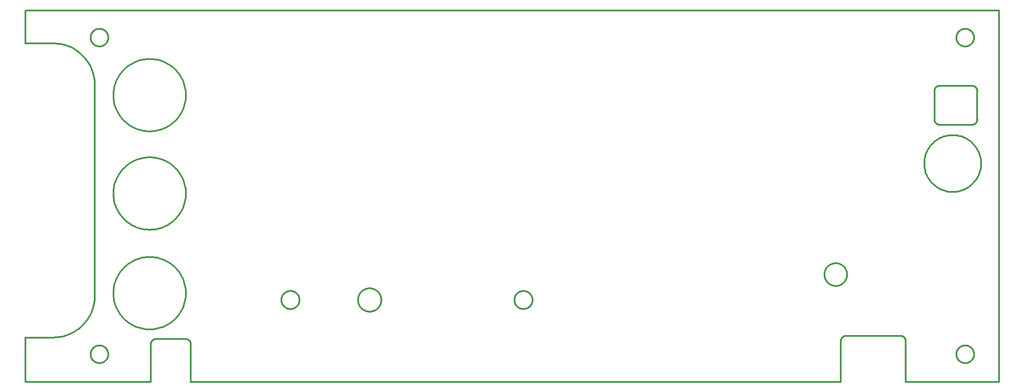
<source format=gbr>
%TF.GenerationSoftware,KiCad,Pcbnew,8.0.5*%
%TF.CreationDate,2024-09-30T13:59:48-07:00*%
%TF.ProjectId,combo_board,636f6d62-6f5f-4626-9f61-72642e6b6963,1*%
%TF.SameCoordinates,Original*%
%TF.FileFunction,Profile,NP*%
%FSLAX46Y46*%
G04 Gerber Fmt 4.6, Leading zero omitted, Abs format (unit mm)*
G04 Created by KiCad (PCBNEW 8.0.5) date 2024-09-30 13:59:48*
%MOMM*%
%LPD*%
G01*
G04 APERTURE LIST*
%TA.AperFunction,Profile*%
%ADD10C,0.359833*%
%TD*%
G04 APERTURE END LIST*
D10*
X69248861Y15783103D02*
X69257567Y15897583D01*
X175919704Y38321422D02*
X176119005Y38148782D01*
X13663574Y6776195D02*
X13604398Y6719776D01*
X53413514Y16365518D02*
X53394015Y16450003D01*
X31418558Y56681785D02*
X31357037Y57026281D01*
X51023025Y14404576D02*
X51102325Y14373309D01*
X97382789Y17622611D02*
X97303488Y17653878D01*
X7895015Y9015565D02*
X8274191Y9123240D01*
X19325325Y31883920D02*
X19556958Y31640968D01*
X183653210Y66222234D02*
X183676171Y66303091D01*
X67460553Y18222045D02*
X67349543Y18241869D01*
X53428871Y16279524D02*
X53413514Y16365518D01*
X28414878Y11525078D02*
X28689150Y11720117D01*
X24143589Y62602906D02*
X23788323Y62575892D01*
X490000Y72010000D02*
X490000Y65617674D01*
X15954924Y6776195D02*
X15893098Y6829750D01*
X19105450Y32137751D02*
X19325325Y31883920D01*
X68440158Y17753081D02*
X68354999Y17820003D01*
X64754926Y16129590D02*
X64751993Y16013586D01*
X28131045Y61599236D02*
X27838091Y61767680D01*
X157679525Y18832002D02*
X157781317Y18866444D01*
X14383413Y7165196D02*
X14302555Y7142235D01*
X176418050Y50152034D02*
X176454531Y50120433D01*
X16510949Y66816609D02*
X16504369Y66903141D01*
X183561791Y67467643D02*
X183524163Y67541112D01*
X13856572Y6927839D02*
X13789768Y6880333D01*
X13443840Y67748405D02*
X13396335Y67681601D01*
X98050565Y17124367D02*
X97995680Y17187729D01*
X18897773Y51430857D02*
X19105450Y51166585D01*
X50945672Y14439546D02*
X51023025Y14404576D01*
X29681838Y41291271D02*
X29450205Y41534223D01*
X22098266Y30016504D02*
X22423310Y29906522D01*
X180425385Y4929061D02*
X180455894Y4851684D01*
X13997060Y65230662D02*
X14070530Y65193033D01*
X181142364Y6972159D02*
X181073231Y6927839D01*
X25218838Y10366461D02*
X25568939Y10410948D01*
X21169072Y30436342D02*
X21470708Y30281853D01*
X158241916Y8715633D02*
X158212069Y8677651D01*
X20592286Y30786747D02*
X20876118Y30604786D01*
X158164049Y22797848D02*
X158072307Y22850599D01*
X52679088Y14565579D02*
X52747552Y14614264D01*
X9362261Y64829736D02*
X9008316Y64989751D01*
X31791951Y8406665D02*
X31745235Y8422471D01*
X97877212Y14720990D02*
X97937858Y14778810D01*
X183045384Y6880333D02*
X182978580Y6927839D01*
X19105450Y21775767D02*
X18897773Y21511495D01*
X158164049Y19050672D02*
X158252936Y19107655D01*
X68266617Y17882852D02*
X68175155Y17941488D01*
X26908897Y49045334D02*
X27226577Y49170591D01*
X13105333Y66728926D02*
X13107550Y66641243D01*
X490000Y212683D02*
X24746996Y212683D01*
X17822505Y15245653D02*
X17932488Y14920609D01*
X51350814Y17724362D02*
X51266329Y17704863D01*
X13396335Y4562250D02*
X13443840Y4495446D01*
X32279962Y8024398D02*
X32251931Y8063817D01*
X158133678Y8555337D02*
X158111475Y8511986D01*
X52813520Y14666105D02*
X52876881Y14720990D01*
X23788323Y24285391D02*
X23438223Y24240904D01*
X13403646Y14007056D02*
X13529269Y14378324D01*
X176541854Y46941935D02*
X176326503Y46788795D01*
X31648881Y8447246D02*
X31599369Y8456088D01*
X159002793Y19974478D02*
X159046665Y20071520D01*
X183695197Y5171525D02*
X183710182Y5255433D01*
X183483135Y65845384D02*
X183524163Y65916739D01*
X18520773Y32960127D02*
X18702734Y32676294D01*
X16070519Y4369251D02*
X16124074Y4431077D01*
X17728237Y53868120D02*
X17822505Y53536153D01*
X183658390Y49936046D02*
X183705106Y49951853D01*
X180455894Y66065685D02*
X180490016Y65990208D01*
X180341626Y66469437D02*
X180356610Y66385528D01*
X53150760Y16989934D02*
X53102074Y17058399D01*
X30486389Y32960127D02*
X30654834Y33253081D01*
X51702745Y17759840D02*
X51612883Y17757568D01*
X180174507Y47851656D02*
X179895560Y47872867D01*
X9706792Y9728407D02*
X10041407Y9920807D01*
X19556958Y60563051D02*
X19325325Y60320099D01*
X170500658Y212683D02*
X188513491Y212683D01*
X51881289Y17750824D02*
X51792607Y17757568D01*
X175211373Y39100855D02*
X175374434Y38893355D01*
X182909447Y68186161D02*
X182838093Y68227189D01*
X21470708Y23631668D02*
X21169072Y23477180D01*
X169669521Y9069926D02*
X169619204Y9076320D01*
X20592286Y61417274D02*
X20318014Y61222235D01*
X14070530Y65193033D02*
X14146007Y65158910D01*
X52608237Y14520157D02*
X52679088Y14565579D01*
X98102406Y14968785D02*
X98151093Y15037249D01*
X8274191Y9123240D02*
X8645458Y9248863D01*
X96102653Y14373309D02*
X96183790Y14345855D01*
X156274818Y18866444D02*
X156376609Y18832002D01*
X176318242Y57060293D02*
X176288394Y57022312D01*
X170037753Y8935955D02*
X169995649Y8960164D01*
X53446719Y16103448D02*
X53439976Y16192131D01*
X183721017Y5340707D02*
X183727597Y5427238D01*
X183045384Y68094335D02*
X182978580Y68141840D01*
X18352328Y39922110D02*
X18197839Y39620474D01*
X24946737Y8063813D02*
X24918706Y8024395D01*
X23788323Y48656961D02*
X24143589Y48629946D01*
X20876118Y61599236D02*
X20592286Y61417274D01*
X181287189Y3979035D02*
X181362666Y3944913D01*
X180568673Y6398468D02*
X180527645Y6327113D01*
X95035342Y16532869D02*
X95011811Y16450003D01*
X30809323Y14293050D02*
X30949415Y14602928D01*
X50528606Y17306196D02*
X50467960Y17248375D01*
X26583853Y29906522D02*
X26908897Y30016504D01*
X25112875Y8238084D02*
X25076394Y8206483D01*
X29681838Y60320099D02*
X29450205Y60563051D01*
X182532600Y7142235D02*
X182451743Y7165196D01*
X94959107Y16103448D02*
X94956835Y16013586D01*
X181213719Y7013187D02*
X181142364Y6972159D01*
X180455894Y4851684D02*
X180490016Y4776207D01*
X155272552Y19613498D02*
X155337588Y19530738D01*
X181287189Y7050816D02*
X181213719Y7013187D01*
X158954412Y19880017D02*
X159002793Y19974478D01*
X66028936Y18045549D02*
X65931737Y17995767D01*
X20876118Y23308735D02*
X20592286Y23126773D01*
X184310454Y39539064D02*
X184442712Y39769084D01*
X17588602Y18391284D02*
X17544115Y18041184D01*
X6715058Y8805259D02*
X7114947Y8856073D01*
X67883699Y13936494D02*
X67983554Y13981637D01*
X68812657Y14664839D02*
X68875507Y14753219D01*
X179051299Y36922865D02*
X179330245Y36901653D01*
X26583853Y43268674D02*
X26251886Y43362942D01*
X66662944Y18241869D02*
X66551935Y18222045D01*
X182461103Y37689709D02*
X182683961Y37832581D01*
X182909447Y6972159D02*
X182838093Y7013187D01*
X18702734Y51705129D02*
X18897773Y51430857D01*
X16266484Y65845384D02*
X16307512Y65916739D01*
X25913435Y43441056D02*
X25568939Y43502576D01*
X180398597Y5008232D02*
X180425385Y4929061D01*
X180821056Y67933776D02*
X180764637Y67874600D01*
X15761925Y68141840D02*
X15692791Y68186161D01*
X14383413Y3864654D02*
X14465849Y3845628D01*
X16493533Y5774413D02*
X16478549Y5858322D01*
X170520514Y8127840D02*
X170516631Y8178899D01*
X183676171Y5940759D02*
X183653210Y6021617D01*
X170521822Y8076101D02*
X170500658Y8065512D01*
X69038205Y16990901D02*
X68988422Y17088100D01*
X65837336Y14085699D02*
X65931737Y14031420D01*
X97303488Y17653878D02*
X97222350Y17681332D01*
X13547979Y65583251D02*
X13604398Y65524075D01*
X67236727Y13770982D02*
X67349543Y13785318D01*
X6715058Y65576424D02*
X6309270Y65607280D01*
X51792607Y14269619D02*
X51881289Y14276363D01*
X13105333Y5514921D02*
X13107550Y5427238D01*
X50303414Y17058399D02*
X50254729Y16989934D01*
X13856572Y68141840D02*
X13789768Y68094335D01*
X23788323Y43547064D02*
X23438223Y43502576D01*
X53394015Y15577175D02*
X53413514Y15661659D01*
X181213719Y65230662D02*
X181287189Y65193033D01*
X49976620Y15747652D02*
X49991976Y15661659D01*
X68745736Y17447504D02*
X68674883Y17529299D01*
X180527645Y4702738D02*
X180568673Y4631383D01*
X176492513Y50090585D02*
X176531931Y50062554D01*
X10678879Y10351421D02*
X10980732Y10588631D01*
X13208726Y6100788D02*
X13181938Y6021617D01*
X158718560Y22317780D02*
X158649703Y22397271D01*
X15472490Y68298941D02*
X15395112Y68329450D01*
X181006427Y68094335D02*
X180942058Y68043751D01*
X64974288Y16990901D02*
X64929144Y16891046D01*
X30654834Y13991415D02*
X30809323Y14293050D01*
X13403646Y60374634D02*
X13260576Y60737492D01*
X26251886Y29812254D02*
X26583853Y29906522D01*
X154862570Y20590630D02*
X154881836Y20482747D01*
X13443840Y6534406D02*
X13396335Y6467601D01*
X28414878Y49815579D02*
X28689150Y50010618D01*
X64853340Y16683934D02*
X64822963Y16576961D01*
X12731703Y12611106D02*
X12924102Y12945721D01*
X31967601Y8322116D02*
X31925497Y8346325D01*
X180942058Y6829750D02*
X180880232Y6776195D01*
X31463045Y18041184D02*
X31418558Y18391284D01*
X176383133Y50185325D02*
X176418050Y50152034D01*
X183045384Y4149518D02*
X183109752Y4200102D01*
X13239235Y4851684D02*
X13273357Y4776207D01*
X13636943Y14757500D02*
X13726165Y15144082D01*
X31278923Y57364732D02*
X31184655Y57696699D01*
X20318014Y61222235D02*
X20053742Y61014559D01*
X158212069Y8677651D02*
X158184038Y8638233D01*
X30486389Y59243891D02*
X30304428Y59527724D01*
X16345141Y4776207D02*
X16379264Y4851684D01*
X182689147Y68298941D02*
X182611770Y68329450D01*
X181287189Y68264818D02*
X181213719Y68227189D01*
X16124074Y6598774D02*
X16070519Y6660600D01*
X65337609Y17529299D02*
X65266757Y17447504D01*
X183524163Y67541112D02*
X183483135Y67612467D01*
X182689147Y7084938D02*
X182611770Y7115447D01*
X13158977Y5089089D02*
X13181938Y5008232D01*
X180568673Y65845384D02*
X180612993Y65776250D01*
X13636943Y59624190D02*
X13529269Y60003366D01*
X98238563Y15181227D02*
X98277127Y15256521D01*
X176260363Y56982893D02*
X176234211Y56942101D01*
X95129032Y15256521D02*
X95167595Y15181227D01*
X18197839Y14293050D02*
X18352328Y13991415D01*
X185077295Y41825655D02*
X185098507Y42104602D01*
X176940956Y49902429D02*
X176991273Y49896035D01*
X95011811Y16450003D02*
X94992312Y16365518D01*
X10041407Y9920807D02*
X10365603Y10128646D01*
X177094072Y57426168D02*
X177042333Y57424860D01*
X183838651Y50012193D02*
X183880755Y50036402D01*
X51350814Y14302825D02*
X51436808Y14287468D01*
X14549758Y3830643D02*
X14635032Y3819807D01*
X50254729Y15037249D02*
X50303414Y14968785D01*
X52382463Y14404576D02*
X52459815Y14439546D01*
X17650123Y35177740D02*
X17728237Y34839288D01*
X50011475Y16450003D02*
X49991976Y16365518D01*
X182838093Y4016664D02*
X182909447Y4057692D01*
X182532600Y65101612D02*
X182611770Y65128401D01*
X65837336Y17941488D02*
X65745874Y17882852D01*
X15828729Y65363517D02*
X15893098Y65414101D01*
X52222025Y17681332D02*
X52139159Y17704863D01*
X174367106Y44020632D02*
X174293090Y43759980D01*
X65136986Y17273964D02*
X65078350Y17182502D01*
X176187799Y50460372D02*
X176210002Y50417020D01*
X21780586Y43033434D02*
X21470708Y42893341D01*
X184674009Y40249229D02*
X184772357Y40498664D01*
X157781317Y18866444D02*
X157880803Y18905670D01*
X181142364Y68186161D02*
X181073231Y68141840D01*
X184193116Y56982900D02*
X184165085Y57022319D01*
X11548163Y63277339D02*
X11270661Y63541912D01*
X169952297Y8982367D02*
X169907761Y9002501D01*
X158844677Y19699390D02*
X158901661Y19788275D01*
X180490016Y67467643D02*
X180455894Y67392166D01*
X13139951Y67072323D02*
X13124966Y66988415D01*
X155717315Y19168734D02*
X155803206Y19107655D01*
X13114130Y66903141D02*
X13107550Y66816609D01*
X32446479Y7565061D02*
X32440085Y7615378D01*
X183171577Y67990195D02*
X183109752Y68043751D01*
X158783597Y19613498D02*
X158844677Y19699390D01*
X14983464Y7210042D02*
X14896931Y7216622D01*
X169719033Y9061084D02*
X169669521Y9069926D01*
X98447055Y16103448D02*
X98440312Y16192131D01*
X51792607Y17757568D02*
X51702745Y17759840D01*
X155009488Y21776999D02*
X154970262Y21677513D01*
X25599298Y8456088D02*
X25549787Y8447246D01*
X50128697Y15256521D02*
X50167260Y15181227D01*
X180821056Y6719776D02*
X180764637Y6660600D01*
X17517100Y55976418D02*
X17507997Y55616426D01*
X13663574Y67990195D02*
X13604398Y67933776D01*
X30654834Y39922110D02*
X30486389Y40215064D01*
X31463045Y56331684D02*
X31418558Y56681785D01*
X183750764Y57347169D02*
X183705106Y57365171D01*
X31074673Y14920609D02*
X31184655Y15245653D01*
X52937528Y14778810D02*
X52995348Y14839456D01*
X178240176Y37067432D02*
X178505919Y37006099D01*
X97747881Y17412922D02*
X97679416Y17461608D01*
X13181938Y66222234D02*
X13208726Y66143063D01*
X95658268Y14614264D02*
X95726731Y14565579D01*
X181750938Y37326153D02*
X181994246Y37436150D01*
X14896931Y68430627D02*
X14809248Y68432844D01*
X183287171Y67874600D02*
X183230753Y67933776D01*
X174661806Y44768590D02*
X174551809Y44525282D01*
X15954924Y4253657D02*
X16014100Y4310076D01*
X29681838Y22029598D02*
X29450205Y22272550D01*
X49956499Y16013586D02*
X49958771Y15923725D01*
X10365603Y64253040D02*
X10041407Y64460878D01*
X25549787Y8447246D02*
X25501144Y8436019D01*
X13310986Y4702738D02*
X13352014Y4631383D01*
X17544115Y16610668D02*
X17588602Y16260567D01*
X50093727Y16693308D02*
X50062460Y16614008D01*
X25008185Y8138276D02*
X24976585Y8101795D01*
X16222164Y65776250D02*
X16266484Y65845384D01*
X31418558Y35522236D02*
X31463045Y35872338D01*
X13725399Y68043751D02*
X13663574Y67990195D01*
X26251886Y62391770D02*
X25913435Y62469884D01*
X14983464Y65033804D02*
X15068738Y65044640D01*
X185098507Y42104602D02*
X185105654Y42387258D01*
X94959107Y15923725D02*
X94965850Y15835044D01*
X181440044Y7115447D02*
X181362666Y7084938D01*
X95094062Y16693308D02*
X95062796Y16614008D01*
X184343645Y56410177D02*
X184364824Y56420763D01*
X68674883Y17529299D02*
X68600242Y17607588D01*
X19799910Y60794684D02*
X19556958Y60563051D01*
X183676171Y66303091D02*
X183695197Y66385528D01*
X31499163Y17325926D02*
X31490060Y17685918D01*
X11270661Y63541912D02*
X10980732Y63793055D01*
X17507997Y36587599D02*
X17517100Y36227605D01*
X29901712Y60066267D02*
X29681838Y60320099D01*
X157028063Y18733511D02*
X157140798Y18736361D01*
X24863572Y62602906D02*
X24503580Y62612009D01*
X182764624Y3979035D02*
X182838093Y4016664D01*
X18520773Y20953391D02*
X18352328Y20660437D01*
X30949415Y14602928D02*
X31074673Y14920609D01*
X13114130Y5340707D02*
X13124966Y5255433D01*
X14223384Y68329450D02*
X14146007Y68298941D01*
X66335901Y18166496D02*
X66231159Y18131056D01*
X13925705Y68186161D02*
X13856572Y68141840D01*
X51702745Y14267347D02*
X51792607Y14269619D01*
X183348833Y49890840D02*
X183359407Y49890844D01*
X66775760Y13770982D02*
X66890240Y13762277D01*
X95797582Y14520157D02*
X95870708Y14478110D01*
X174127312Y42104602D02*
X174148523Y41825655D01*
X183411146Y49892152D02*
X183462206Y49896035D01*
X178505919Y37006099D02*
X178776409Y36957795D01*
X97222350Y17681332D02*
X97139483Y17704863D01*
X183512524Y49902429D02*
X183562036Y49911271D01*
X13726165Y59237608D02*
X13636943Y59624190D01*
X13663574Y4253657D02*
X13725399Y4200102D01*
X16222164Y6467601D02*
X16174658Y6534406D01*
X12063879Y11671780D02*
X12301089Y11973633D01*
X182025911Y3811010D02*
X182113594Y3813227D01*
X22423310Y43268674D02*
X22098266Y43158691D01*
X30109389Y40773168D02*
X29901712Y41037440D01*
X15235083Y7165196D02*
X15152647Y7184222D01*
X17517100Y36227605D02*
X17544115Y35872338D01*
X158032757Y8278725D02*
X158023915Y8229214D01*
X155803206Y22740865D02*
X155717315Y22679786D01*
X13181938Y6021617D02*
X13158977Y5940759D01*
X16409773Y67314788D02*
X16379264Y67392166D01*
X16307512Y6327113D02*
X16266484Y6398468D01*
X25752413Y8467672D02*
X25700674Y8466364D01*
X98394350Y15577175D02*
X98413849Y15661659D01*
X181600073Y3864654D02*
X181682510Y3845628D01*
X184994061Y41280276D02*
X185042365Y41550765D01*
X183653210Y67235617D02*
X183626422Y67314788D01*
X94976955Y15747652D02*
X94992312Y15661659D01*
X180711083Y6598774D02*
X180660499Y6534406D01*
X17932488Y53211110D02*
X18057746Y52893429D01*
X97608565Y14520157D02*
X97679416Y14565579D01*
X24503580Y29592016D02*
X24863572Y29601119D01*
X183411146Y57424872D02*
X183359407Y57426180D01*
X50726400Y17461608D02*
X50657935Y17412922D01*
X182909447Y4057692D02*
X182978580Y4102012D01*
X183230753Y4310076D02*
X183287171Y4369251D01*
X181600073Y65078651D02*
X181682510Y65059625D01*
X180821056Y4310076D02*
X180880232Y4253657D01*
X17544115Y18041184D02*
X17517100Y17685918D01*
X97813850Y14666105D02*
X97877212Y14720990D01*
X158017522Y8178898D02*
X158013639Y8127839D01*
X23093728Y48762969D02*
X23438223Y48701449D01*
X15893098Y6829750D02*
X15828729Y6880333D01*
X32372660Y7853615D02*
X32352526Y7898151D01*
X98413849Y15661659D02*
X98429206Y15747652D01*
X64763632Y15783103D02*
X64777967Y15670288D01*
X30486389Y20953391D02*
X30304428Y21237223D01*
X53050234Y14902818D02*
X53102074Y14968785D01*
X183483135Y67612467D02*
X183438815Y67681601D01*
X68875507Y14753219D02*
X68934142Y14844681D01*
X16513166Y5514921D02*
X16510949Y5602605D01*
X14896931Y3813227D02*
X14983464Y3819807D01*
X180821056Y65524075D02*
X180880232Y65467656D01*
X176541854Y37832581D02*
X176764711Y37689709D01*
X157252054Y18744821D02*
X157361692Y18758753D01*
X95094062Y15333873D02*
X95129032Y15256521D01*
X181851694Y3819807D02*
X181938227Y3813227D01*
X180880232Y65467656D02*
X180942058Y65414101D01*
X184135238Y57060301D02*
X184103637Y57096782D01*
X17728237Y57364732D02*
X17650123Y57026281D01*
X13796434Y15537568D02*
X13847248Y15937457D01*
X183438815Y6467601D02*
X183391309Y6534406D01*
X64822963Y15450217D02*
X64853340Y15343245D01*
X32440085Y7615378D02*
X32431243Y7664889D01*
X16493533Y5255433D02*
X16504369Y5340707D01*
X52535110Y14478110D02*
X52608237Y14520157D01*
X95946003Y17587641D02*
X95870708Y17549077D01*
X13494424Y65645077D02*
X13547979Y65583251D01*
X180356610Y67072323D02*
X180341626Y66988415D01*
X30809323Y58649302D02*
X30654834Y58950937D01*
X159193585Y21257890D02*
X159174319Y21365773D01*
X96881611Y17750824D02*
X96792928Y17757568D01*
X182113594Y65027224D02*
X182200125Y65033804D01*
X17588602Y56681785D02*
X17544115Y56331684D01*
X181682510Y7184222D02*
X181600073Y7165196D01*
X178776409Y36957795D02*
X179051299Y36922865D01*
X15152647Y68398226D02*
X15068738Y68413211D01*
X52876881Y17306196D02*
X52813520Y17361081D01*
X176795090Y57380967D02*
X176748374Y57365161D01*
X182285399Y3830643D02*
X182369307Y3845628D01*
X19799910Y12147668D02*
X20053742Y11927793D01*
X16345141Y6253643D02*
X16307512Y6327113D01*
X23788323Y10366461D02*
X24143589Y10339446D01*
X177724309Y37227804D02*
X177979524Y37141449D01*
X52747552Y14614264D02*
X52813520Y14666105D01*
X27226577Y43033434D02*
X26908897Y43158691D01*
X20053742Y50218294D02*
X20318014Y50010618D01*
X180449398Y47816725D02*
X180174507Y47851656D01*
X32451670Y7462263D02*
X32451670Y7451673D01*
X25649615Y8462481D02*
X25599298Y8456088D01*
X96524524Y14276363D02*
X96613205Y14269619D01*
X50797250Y17507029D02*
X50726400Y17461608D01*
X170260635Y8752117D02*
X170227344Y8787034D01*
X157469575Y23070503D02*
X157361692Y23089769D01*
X68080754Y14031420D02*
X68175155Y14085699D01*
X32451670Y212683D02*
X158012331Y212683D01*
X170442812Y8467453D02*
X170422678Y8511989D01*
X181501503Y37227804D02*
X181750938Y37326153D01*
X98370819Y15494310D02*
X98394350Y15577175D01*
X30949415Y33864595D02*
X31074673Y34182276D01*
X18197839Y20358801D02*
X18057746Y20048923D01*
X64797792Y16467898D02*
X64777967Y16356888D01*
X183727597Y5427238D02*
X183729814Y5514921D01*
X65412250Y17607588D02*
X65337609Y17529299D01*
X183496872Y38503294D02*
X183678744Y38694054D01*
X30654834Y52281915D02*
X30809323Y52583551D01*
X18520773Y40215064D02*
X18352328Y39922110D01*
X21169072Y11174672D02*
X21470708Y11020183D01*
X16014100Y4310076D02*
X16070519Y4369251D01*
X490000Y8742842D02*
X490000Y212683D01*
X24752187Y7565059D02*
X24748304Y7514001D01*
X95410474Y17187729D02*
X95355589Y17124367D01*
X16510949Y5427238D02*
X16513166Y5514921D01*
X24863572Y29601119D02*
X25218838Y29628133D01*
X95468294Y17248375D02*
X95410474Y17187729D01*
X27838091Y61767680D02*
X27536455Y61922169D01*
X28689150Y30981785D02*
X28953421Y31189461D01*
X15152647Y65059625D02*
X15235083Y65078651D01*
X180880232Y6776195D02*
X180821056Y6719776D01*
X31357037Y54206572D02*
X31418558Y54551068D01*
X17650123Y18735780D02*
X17588602Y18391284D01*
X184135238Y50256723D02*
X184165085Y50294705D01*
X53439976Y16192131D02*
X53428871Y16279524D01*
X18057746Y52893429D02*
X18197839Y52583551D01*
X158718560Y19530738D02*
X158783597Y19613498D01*
X18352328Y13991415D02*
X18520773Y13698461D01*
X176093846Y50793463D02*
X176100240Y50743146D01*
X31499163Y55616426D02*
X31490060Y55976418D01*
X18057746Y20048923D02*
X17932488Y19731243D01*
X53196181Y15108100D02*
X53238229Y15181227D01*
X16222164Y67681601D02*
X16174658Y67748405D01*
X181440044Y3914404D02*
X181519215Y3887615D01*
X51436808Y14287468D02*
X51524201Y14276363D01*
X30304428Y51705129D02*
X30486389Y51988961D01*
X15472490Y7084938D02*
X15395112Y7115447D01*
X13443840Y4495446D02*
X13494424Y4431077D01*
X24826007Y7853612D02*
X24808004Y7807954D01*
X21470708Y11020183D02*
X21780586Y10880090D01*
X183496872Y46271219D02*
X183306113Y46453092D01*
X26583853Y24007001D02*
X26251886Y24101269D01*
X30109389Y51430857D02*
X30304428Y51705129D01*
X50528606Y14720990D02*
X50591968Y14666105D01*
X95209642Y15108100D02*
X95255064Y15037249D01*
X16436561Y66222234D02*
X16459522Y66303091D01*
X67676588Y18166496D02*
X67569615Y18196873D01*
X21780586Y49170591D02*
X22098266Y49045334D01*
X16478549Y5171525D02*
X16493533Y5255433D01*
X184303816Y50550566D02*
X184319623Y50597281D01*
X184265680Y50460372D02*
X184285814Y50504908D01*
X15761925Y6927839D02*
X15692791Y6972159D01*
X18352328Y20660437D02*
X18197839Y20358801D01*
X184994061Y43494237D02*
X184932729Y43759980D01*
X176234211Y50374917D02*
X176260363Y50334124D01*
X183721017Y66903141D02*
X183710182Y66988415D01*
X31184655Y57696699D02*
X31074673Y58021743D01*
X69234526Y15670288D02*
X69248861Y15783103D01*
X180356610Y5171525D02*
X180375636Y5089089D01*
X25406717Y8406664D02*
X25361060Y8388662D01*
X169907761Y9002501D02*
X169862104Y9020503D01*
X158577164Y22473354D02*
X158501079Y22545893D01*
X180612993Y65776250D02*
X180660499Y65709446D01*
X178505919Y47768421D02*
X178240176Y47707087D01*
X69083349Y15136135D02*
X69123712Y15238503D01*
X176994731Y47217066D02*
X176764711Y47084807D01*
X182909447Y65271690D02*
X182978580Y65316011D01*
X176100240Y56573871D02*
X176093846Y56523554D01*
X154848638Y21148252D02*
X154840178Y21036996D01*
X17517100Y16965934D02*
X17544115Y16610668D01*
X95797582Y17507029D02*
X95726731Y17461608D01*
X180612993Y6467601D02*
X180568673Y6398468D01*
X16345141Y67467643D02*
X16307512Y67541112D01*
X18702734Y32676294D02*
X18897773Y32402023D01*
X185042365Y43223748D02*
X184994061Y43494237D01*
X64797792Y15559279D02*
X64822963Y15450217D01*
X170510237Y8229216D02*
X170501396Y8278727D01*
X176748374Y49951853D02*
X176795090Y49936046D01*
X13847248Y58444234D02*
X13796434Y58844122D01*
X69189530Y15450217D02*
X69214701Y15559279D01*
X98413849Y16365518D02*
X98394350Y16450003D01*
X18702734Y59527724D02*
X18520773Y59243891D01*
X24503580Y10330343D02*
X24863572Y10339446D01*
X67569615Y13830314D02*
X67676588Y13860691D01*
X31074673Y53211110D02*
X31184655Y53536153D01*
X96183790Y14345855D02*
X96266656Y14322324D01*
X183230753Y65524075D02*
X183287171Y65583251D01*
X95303749Y17058399D02*
X95255064Y16989934D01*
X15761925Y4102012D02*
X15828729Y4149518D01*
X15235083Y65078651D02*
X15315941Y65101612D01*
X65657493Y14207183D02*
X65745874Y14144334D01*
X53150760Y15037249D02*
X53196181Y15108100D01*
X28414878Y42388446D02*
X28131045Y42570408D01*
X183998948Y57196591D02*
X183960967Y57226439D01*
X183287171Y6660600D02*
X183230753Y6719776D01*
X50167260Y15181227D02*
X50209307Y15108100D01*
X18352328Y52281915D02*
X18520773Y51988961D01*
X183524163Y65916739D02*
X183561791Y65990208D01*
X14983464Y3819807D02*
X15068738Y3830643D01*
X97679416Y14565579D02*
X97747881Y14614264D01*
X180330790Y5689138D02*
X180324210Y5602605D01*
X180375636Y66303091D02*
X180398597Y66222234D01*
X181073231Y68141840D02*
X181006427Y68094335D01*
X13352014Y6398468D02*
X13310986Y6327113D01*
X97382789Y14404576D02*
X97460142Y14439546D01*
X22423310Y24007001D02*
X22098266Y23897018D01*
X29207253Y50438169D02*
X29450205Y50669802D01*
X184932729Y43759980D02*
X184858712Y44020632D01*
X64751993Y16013586D02*
X64754926Y15897583D01*
X158273516Y8752114D02*
X158241916Y8715633D01*
X28953421Y41985731D02*
X28689150Y42193407D01*
X179330245Y47872867D02*
X179051299Y47851656D01*
X94956835Y16013586D02*
X94959107Y15923725D01*
X69123712Y16788676D02*
X69083349Y16891046D01*
X182764624Y68264818D02*
X182689147Y68298941D01*
X14983464Y68424047D02*
X14896931Y68430627D01*
X158184038Y8638233D02*
X158157886Y8597440D01*
X16266484Y4631383D02*
X16307512Y4702738D01*
X53238229Y15181227D02*
X53276793Y15256521D01*
X182978580Y68141840D02*
X182909447Y68186161D01*
X155983833Y22850599D02*
X155892091Y22797848D01*
X181142364Y65271690D02*
X181213719Y65230662D01*
X7114947Y65525610D02*
X6715058Y65576424D01*
X14896931Y65027224D02*
X14983464Y65033804D01*
X176088655Y50896261D02*
X176089964Y50844523D01*
X65657493Y17820003D02*
X65572334Y17753081D01*
X180660499Y65709446D02*
X180711083Y65645077D01*
X156915329Y23112161D02*
X156804074Y23103700D01*
X13158977Y67154760D02*
X13139951Y67072323D01*
X175547073Y38694054D02*
X175728945Y38503294D01*
X68600242Y17607588D02*
X68521953Y17682229D01*
X25273172Y8346324D02*
X25231068Y8322115D01*
X28953421Y61014559D02*
X28689150Y61222235D01*
X66442873Y13830314D02*
X66551935Y13805142D01*
X24808004Y7807954D02*
X24792197Y7761239D01*
X183626422Y4929061D02*
X183653210Y5008232D01*
X13260576Y60737492D02*
X13100560Y61091437D01*
X27226577Y10880090D02*
X27536455Y11020183D01*
X50355255Y17124367D02*
X50303414Y17058399D01*
X30809323Y20358801D02*
X30654834Y20660437D01*
X13396335Y67681601D02*
X13352014Y67612467D01*
X183462206Y49896035D02*
X183512524Y49902429D01*
X182611770Y7115447D02*
X182532600Y7142235D01*
X183340726Y6598774D02*
X183287171Y6660600D01*
X25501144Y8436019D02*
X25453433Y8422471D01*
X96351139Y14302825D02*
X96437132Y14287468D01*
X97139483Y14322324D02*
X97222350Y14345855D01*
X66028936Y13981637D02*
X66128790Y13936494D01*
X157469575Y18778019D02*
X157575565Y18802481D01*
X158091340Y8467450D02*
X158073338Y8421793D01*
X24758581Y7615376D02*
X24752187Y7565059D01*
X5898085Y8764006D02*
X6309270Y8774403D01*
X181006427Y4149518D02*
X181073231Y4102012D01*
X13114130Y66554711D02*
X13124966Y66469437D01*
X28689150Y42193407D02*
X28414878Y42388446D01*
X155053360Y21874041D02*
X155009488Y21776999D01*
X177042333Y57424860D02*
X176991273Y57420978D01*
X14809248Y7218840D02*
X14721564Y7216622D01*
X31435671Y8446516D02*
X31446253Y8467672D01*
X68175155Y17941488D02*
X68080754Y17995767D01*
X94992312Y15661659D02*
X95011811Y15577175D01*
X183561791Y65990208D02*
X183595913Y66065685D01*
X14146007Y65158910D02*
X14223384Y65128401D01*
X31184655Y53536153D02*
X31278923Y53868120D01*
X31418558Y37652957D02*
X31357037Y37997453D01*
X19105450Y41037440D02*
X18897773Y40773168D01*
X31357037Y37997453D02*
X31278923Y38335905D01*
X16504369Y66903141D02*
X16493533Y66988415D01*
X32330322Y7941502D02*
X32306113Y7983605D01*
X155892091Y22797848D02*
X155803206Y22740865D01*
X96792928Y14269619D02*
X96881611Y14276363D01*
X14146007Y7084938D02*
X14070530Y7050816D01*
X154848638Y20700269D02*
X154862570Y20590630D01*
X182532600Y3887615D02*
X182611770Y3914404D01*
X176326503Y46788795D02*
X176119005Y46625732D01*
X10041407Y64460878D02*
X9706792Y64653278D01*
X50209307Y15108100D02*
X50254729Y15037249D01*
X27536455Y42893341D02*
X27226577Y43033434D01*
X180527645Y6327113D02*
X180490016Y6253643D01*
X158901661Y19788275D02*
X158954412Y19880017D01*
X96969004Y17739719D02*
X96881611Y17750824D01*
X52876881Y14720990D02*
X52937528Y14778810D01*
X30809323Y52583551D02*
X30949415Y52893429D01*
X184344398Y56623389D02*
X184333171Y56672032D01*
X159002793Y21874041D02*
X158954412Y21968501D01*
X12924102Y61435968D02*
X12731703Y61770583D01*
X95209642Y16919083D02*
X95167595Y16845955D01*
X68080754Y17995767D02*
X67983554Y18045549D01*
X65337609Y14497886D02*
X65412250Y14419598D01*
X156175334Y18905670D02*
X156274818Y18866444D01*
X24143589Y29601119D02*
X24503580Y29592016D01*
X96023354Y17622611D02*
X95946003Y17587641D01*
X52459815Y14439546D02*
X52535110Y14478110D01*
X13208726Y66143063D02*
X13239235Y66065685D01*
X50726400Y14565579D02*
X50797250Y14520157D01*
X180425385Y67314788D02*
X180398597Y67235617D01*
X16070519Y6660600D02*
X16014100Y6719776D01*
X159215977Y20811525D02*
X159218828Y20924261D01*
X180425385Y66143063D02*
X180455894Y66065685D01*
X21780586Y30141761D02*
X22098266Y30016504D01*
X16345141Y65990208D02*
X16379264Y66065685D01*
X69260500Y16013586D02*
X69257567Y16129590D01*
X181851694Y65033804D02*
X181938227Y65027224D01*
X97139483Y17704863D02*
X97054998Y17724362D01*
X95658268Y17412922D02*
X95592301Y17361081D01*
X155101740Y19880017D02*
X155154490Y19788275D01*
X13352014Y67612467D02*
X13310986Y67541112D01*
X28689150Y11720117D02*
X28953421Y11927793D01*
X15828729Y68094335D02*
X15761925Y68141840D01*
X19105450Y12876085D02*
X19325325Y12622253D01*
X24143589Y48629946D02*
X24503580Y48620844D01*
X13158977Y5940759D02*
X13139951Y5858322D01*
X50467960Y17248375D02*
X50410140Y17187729D01*
X13139951Y5858322D02*
X13124966Y5774413D01*
X29450205Y50669802D02*
X29681838Y50912754D01*
X96613205Y17757568D02*
X96524524Y17750824D01*
X181246286Y37141449D02*
X181501503Y37227804D01*
X52995348Y17187729D02*
X52937528Y17248375D01*
X176940956Y57414584D02*
X176891444Y57405742D01*
X31184655Y34507320D02*
X31278923Y34839288D01*
X184353240Y56573878D02*
X184344398Y56623389D01*
X183230753Y6719776D02*
X183171577Y6776195D01*
X10980732Y10588631D02*
X11270661Y10839774D01*
X18352328Y33253081D02*
X18520773Y32960127D01*
X95062796Y15413172D02*
X95094062Y15333873D01*
X157361692Y23089769D02*
X157252054Y23103700D01*
X53311763Y15333873D02*
X53343030Y15413172D01*
X12523864Y12286909D02*
X12731703Y12611106D01*
X169862104Y9020503D02*
X169815388Y9036309D01*
X49958771Y16103448D02*
X49956499Y16013586D01*
X158864620Y9069926D02*
X158815109Y9061084D01*
X21169072Y42738853D02*
X20876118Y42570408D01*
X13124966Y66988415D02*
X13114130Y66903141D01*
X32450361Y7514001D02*
X32446479Y7565061D01*
X184564012Y44768590D02*
X184442712Y45005427D01*
X14302555Y3887615D02*
X14383413Y3864654D01*
X18352328Y58950937D02*
X18197839Y58649302D01*
X180660499Y4495446D02*
X180711083Y4431077D01*
X26908897Y10754833D02*
X27226577Y10880090D01*
X158965995Y9080202D02*
X158914936Y9076320D01*
X24863572Y10339446D02*
X25218838Y10366461D01*
X15315941Y7142235D02*
X15235083Y7165196D01*
X11270661Y10839774D02*
X11548163Y11104348D01*
X51266329Y17704863D02*
X51183463Y17681332D01*
X170422678Y8511989D02*
X170400475Y8555340D01*
X49965515Y15835044D02*
X49976620Y15747652D01*
X175919704Y46453092D02*
X175728945Y46271219D01*
X30304428Y13414628D02*
X30486389Y13698461D01*
X176119005Y38148782D02*
X176326503Y37985720D01*
X12523864Y62094779D02*
X12301089Y62408055D01*
X156480567Y18802481D02*
X156586556Y18778019D01*
X17822505Y34507320D02*
X17932488Y34182276D01*
X182369307Y68398226D02*
X182285399Y68413211D01*
X155009488Y20071520D02*
X155053360Y19974478D01*
X18520773Y13698461D02*
X18702734Y13414628D01*
X52139159Y14322324D02*
X52222025Y14345855D01*
X158338828Y22679786D02*
X158252936Y22740865D01*
X182200125Y3819807D02*
X182285399Y3830643D01*
X65490539Y14344956D02*
X65572334Y14274104D01*
X170227344Y8787034D02*
X170192427Y8820324D01*
X158496395Y8935953D02*
X158455603Y8909801D01*
X31490060Y16965934D02*
X31499163Y17325926D01*
X32085794Y8238087D02*
X32047812Y8267934D01*
X17932488Y19731243D02*
X17822505Y19406199D01*
X8645458Y9248863D02*
X9008316Y9391933D01*
X53343030Y15413172D02*
X53370484Y15494310D01*
X24748304Y7514001D02*
X24746996Y7462263D01*
X65199835Y17362345D02*
X65136986Y17273964D01*
X23438223Y29672621D02*
X23788323Y29628133D01*
X180330790Y5340707D02*
X180341626Y5255433D01*
X19325325Y22029598D02*
X19105450Y21775767D01*
X97054998Y17724362D02*
X96969004Y17739719D01*
X68745736Y14579680D02*
X68812657Y14664839D01*
X183727597Y66641243D02*
X183729814Y66728926D01*
X15152647Y7184222D02*
X15068738Y7199207D01*
X68988422Y14939082D02*
X69038205Y15036280D01*
X24746996Y7451673D02*
X24746996Y7462263D01*
X22423310Y62297502D02*
X22098266Y62187519D01*
X68674883Y14497886D02*
X68745736Y14579680D01*
X14465849Y65059625D02*
X14549758Y65044640D01*
X176100240Y50743146D02*
X176109082Y50693635D01*
X183653210Y5008232D02*
X183676171Y5089089D01*
X169568144Y9080202D02*
X169516405Y9081510D01*
X52995348Y14839456D02*
X53050234Y14902818D01*
X155154490Y22060243D02*
X155101740Y21968501D01*
X177083483Y57405012D02*
X177094072Y57426168D01*
X27536455Y61922169D02*
X27226577Y62062262D01*
X13124966Y66469437D02*
X13139951Y66385528D01*
X183721017Y66554711D02*
X183727597Y66641243D01*
X31837609Y8388663D02*
X31791951Y8406665D01*
X22423310Y48935351D02*
X22755277Y48841083D01*
X17822505Y19406199D02*
X17728237Y19074232D01*
X13181938Y5008232D02*
X13208726Y4929061D01*
X30486389Y51988961D02*
X30654834Y52281915D01*
X170192427Y8820324D02*
X170155946Y8851925D01*
X158718757Y9036309D02*
X158672042Y9020502D01*
X181440044Y65128401D02*
X181519215Y65101612D01*
X183109752Y68043751D02*
X183045384Y68094335D01*
X180880232Y4253657D02*
X180942058Y4200102D01*
X14809248Y65025007D02*
X14896931Y65027224D01*
X13124966Y5255433D02*
X13139951Y5171525D01*
X17822505Y38667872D02*
X17728237Y38335905D01*
X67676588Y13860691D02*
X67781330Y13896131D01*
X95303749Y14968785D02*
X95355589Y14902818D01*
X176089964Y56472494D02*
X176088655Y56420755D01*
X23093728Y43441056D02*
X22755277Y43362942D01*
X23093728Y62469884D02*
X22755277Y62391770D01*
X69257567Y16129590D02*
X69248861Y16244071D01*
X155101740Y21968501D02*
X155053360Y21874041D01*
X30109389Y32402023D02*
X30304428Y32676294D01*
X159046665Y21776999D02*
X159002793Y21874041D01*
X16379264Y4851684D02*
X16409773Y4929061D01*
X183306113Y38321422D02*
X183496872Y38503294D01*
X183340726Y67812774D02*
X183287171Y67874600D01*
X184442712Y45005427D02*
X184310454Y45235447D01*
X25568939Y29672621D02*
X25913435Y29734141D01*
X95355589Y14902818D02*
X95410474Y14839456D01*
X174551809Y40249229D02*
X174661806Y40005921D01*
X13856572Y65316011D02*
X13925705Y65271690D01*
X13158977Y66303091D02*
X13181938Y66222234D01*
X51524201Y17750824D02*
X51436808Y17739719D01*
X169995649Y8960164D02*
X169952297Y8982367D01*
X52054675Y14302825D02*
X52139159Y14322324D01*
X68354999Y14207183D02*
X68440158Y14274104D01*
X183710182Y5774413D02*
X183695197Y5858322D01*
X96703066Y14267347D02*
X96792928Y14269619D01*
X32420017Y7713531D02*
X32406469Y7761242D01*
X24863572Y48629946D02*
X25218838Y48656961D01*
X17588602Y16260567D02*
X17650123Y15916071D01*
X14721564Y3813227D02*
X14809248Y3811010D01*
X29450205Y22272550D02*
X29207253Y22504184D01*
X13997060Y68227189D02*
X13925705Y68186161D01*
X16307512Y67541112D02*
X16266484Y67612467D01*
X30949415Y20048923D02*
X30809323Y20358801D01*
X178240176Y47707087D02*
X177979524Y47633070D01*
X176133856Y50597281D02*
X176149663Y50550566D01*
X16379264Y6178166D02*
X16345141Y6253643D01*
X31490060Y17685918D02*
X31463045Y18041184D01*
X20592286Y11525078D02*
X20876118Y11343117D01*
X22755277Y29812254D02*
X23093728Y29734141D01*
X50355255Y14902818D02*
X50410140Y14839456D01*
X15235083Y3864654D02*
X15315941Y3887615D01*
X17507997Y17325926D02*
X17517100Y16965934D01*
X183438815Y4562250D02*
X183483135Y4631383D01*
X30654834Y58950937D02*
X30486389Y59243891D01*
X25568939Y43502576D02*
X25218838Y43547064D01*
X16409773Y66143063D02*
X16436561Y66222234D01*
X50128697Y16770660D02*
X50093727Y16693308D01*
X13789768Y68094335D02*
X13725399Y68043751D01*
X16174658Y6534406D02*
X16124074Y6598774D01*
X30949415Y52893429D02*
X31074673Y53211110D01*
X183109752Y65414101D02*
X183171577Y65467656D01*
X184359633Y50793463D02*
X184363516Y50844523D01*
X13208726Y4929061D02*
X13239235Y4851684D01*
X15068738Y7199207D02*
X14983464Y7210042D01*
X23093728Y29734141D02*
X23438223Y29672621D01*
X17507997Y55616426D02*
X17517100Y55256434D01*
X6309270Y65607280D02*
X5898085Y65617678D01*
X32406469Y7761242D02*
X32390662Y7807958D01*
X12924102Y12945721D02*
X13100560Y13290252D01*
X24143589Y43574079D02*
X23788323Y43547064D01*
X16379264Y66065685D02*
X16409773Y66143063D01*
X14383413Y68379200D02*
X14302555Y68356239D01*
X159085892Y20171006D02*
X159120335Y20272797D01*
X158013639Y8127839D02*
X158012331Y8076101D01*
X11812737Y62999837D02*
X11548163Y63277339D01*
X158023915Y8229214D02*
X158017522Y8178898D01*
X16409773Y6100788D02*
X16379264Y6178166D01*
X180764637Y6660600D02*
X180711083Y6598774D01*
X66551935Y18222045D02*
X66442873Y18196873D01*
X9706792Y64653278D02*
X9362261Y64829736D01*
X98429206Y16279524D02*
X98413849Y16365518D01*
X156078293Y18949542D02*
X156175334Y18905670D01*
X20592286Y42388446D02*
X20318014Y42193407D01*
X16504369Y5689138D02*
X16493533Y5774413D01*
X181213719Y68227189D02*
X181142364Y68186161D01*
X23093728Y10472468D02*
X23438223Y10410948D01*
X16459522Y66303091D02*
X16478549Y66385528D01*
X66231159Y18131056D02*
X66128790Y18090693D01*
X184285814Y56812116D02*
X184265680Y56856652D01*
X13352014Y65845384D02*
X13396335Y65776250D01*
X182461103Y47084807D02*
X182231083Y47217066D01*
X181362666Y3944913D02*
X181440044Y3914404D01*
X64888781Y16788676D02*
X64853340Y16683934D01*
X182231083Y37557451D02*
X182461103Y37689709D01*
X16459522Y5089089D02*
X16478549Y5171525D01*
X29207253Y12147668D02*
X29450205Y12379301D01*
X174453461Y40498664D02*
X174551809Y40249229D01*
X177724309Y47546714D02*
X177474874Y47448365D01*
X64754926Y15897583D02*
X64763632Y15783103D01*
X175211373Y45673657D02*
X175058234Y45458306D01*
X24868344Y7941499D02*
X24846141Y7898147D01*
X156804074Y23103700D02*
X156694438Y23089769D01*
X184165085Y57022319D02*
X184135238Y57060301D01*
X23788323Y62575892D02*
X23438223Y62531404D01*
X183483135Y4631383D02*
X183524163Y4702738D01*
X16174658Y65709446D02*
X16222164Y65776250D01*
X20053742Y31189461D02*
X20318014Y30981785D01*
X158577164Y19375165D02*
X158649703Y19451248D01*
X95468294Y14778810D02*
X95528940Y14720990D01*
X182532600Y68356239D02*
X182451743Y68379200D01*
X22755277Y10550582D02*
X23093728Y10472468D01*
X52382463Y17622611D02*
X52303163Y17653878D01*
X183109752Y4200102D02*
X183171577Y4253657D01*
X17932488Y34182276D02*
X18057746Y33864595D01*
X182451743Y7165196D02*
X182369307Y7184222D01*
X16436561Y6021617D02*
X16409773Y6100788D01*
X179051299Y47851656D02*
X178776409Y47816725D01*
X98449327Y16013586D02*
X98447055Y16103448D01*
X181851694Y7210042D02*
X181766420Y7199207D01*
X13796434Y58844122D02*
X13726165Y59237608D01*
X155478983Y19375165D02*
X155555066Y19302626D01*
X68600242Y14419598D02*
X68674883Y14497886D01*
X155803206Y19107655D02*
X155892091Y19050672D01*
X18197839Y52583551D02*
X18352328Y52281915D01*
X31278923Y34839288D02*
X31357037Y35177740D01*
X181073231Y65316011D02*
X181142364Y65271690D01*
X180321993Y5514921D02*
X180324210Y5427238D01*
X184319623Y56719743D02*
X184303816Y56766458D01*
X176318242Y50256723D02*
X176349842Y50220242D01*
X27838091Y30436342D02*
X28131045Y30604786D01*
X179612902Y36894506D02*
X179895560Y36901653D01*
X157679525Y23016519D02*
X157575565Y23046040D01*
X68988422Y17088100D02*
X68934142Y17182502D01*
X94965850Y15835044D02*
X94976955Y15747652D01*
X180375636Y5089089D02*
X180398597Y5008232D01*
X20318014Y11720117D02*
X20592286Y11525078D01*
X170078546Y8909803D02*
X170037753Y8935955D01*
X176109082Y50693635D02*
X176120308Y50644992D01*
X29681838Y31883920D02*
X29901712Y32137751D01*
X64777967Y16356888D02*
X64763632Y16244071D01*
X67781330Y18131056D02*
X67676588Y18166496D01*
X182451743Y65078651D02*
X182532600Y65101612D01*
X176658180Y57327024D02*
X176614828Y57304821D01*
X52813520Y17361081D02*
X52747552Y17412922D01*
X22423310Y29906522D02*
X22755277Y29812254D01*
X184303816Y56766458D02*
X184285814Y56812116D01*
X18897773Y59801996D02*
X18702734Y59527724D01*
X22098266Y43158691D02*
X21780586Y43033434D01*
X184353240Y50743146D02*
X184359633Y50793463D01*
X158072307Y18997922D02*
X158164049Y19050672D01*
X176089964Y50844523D02*
X176093846Y50793463D01*
X181362666Y7084938D02*
X181287189Y7050816D01*
X19556958Y50669802D02*
X19799910Y50438169D01*
X174661806Y40005921D02*
X174783105Y39769084D01*
X30109389Y59801996D02*
X29901712Y60066267D01*
X50797250Y14520157D02*
X50870378Y14478110D01*
X13260576Y13644198D02*
X13403646Y14007056D01*
X184103637Y57096782D02*
X184070347Y57131699D01*
X50870378Y14478110D02*
X50945672Y14439546D01*
X154935820Y20272797D02*
X154970262Y20171006D01*
X96969004Y14287468D02*
X97054998Y14302825D01*
X69038205Y15036280D02*
X69083349Y15136135D01*
X182200125Y7210042D02*
X182113594Y7216622D01*
X176891444Y57405742D02*
X176842801Y57394516D01*
X67460553Y13805142D02*
X67569615Y13830314D01*
X14302555Y7142235D02*
X14223384Y7115447D01*
X13789768Y6880333D02*
X13725399Y6829750D01*
X53413514Y15661659D02*
X53428871Y15747652D01*
X29207253Y22504184D02*
X28953421Y22724058D01*
X180490016Y65990208D02*
X180527645Y65916739D01*
X183391309Y67748405D02*
X183340726Y67812774D01*
X13878105Y16343245D02*
X13888502Y16754431D01*
X176088655Y50896261D02*
X176088655Y56410177D01*
X29207253Y60794684D02*
X28953421Y61014559D01*
X183561791Y4776207D02*
X183595913Y4851684D01*
X7508433Y65455341D02*
X7114947Y65525610D01*
X182764624Y65193033D02*
X182838093Y65230662D01*
X50167260Y16845955D02*
X50128697Y16770660D01*
X155478983Y22473354D02*
X155406444Y22397271D01*
X32122275Y8206486D02*
X32085794Y8238087D01*
X13107550Y5427238D02*
X13114130Y5340707D01*
X170376266Y8597444D02*
X170350114Y8638236D01*
X13547979Y4369251D02*
X13604398Y4310076D01*
X170460814Y8421796D02*
X170442812Y8467453D01*
X25913435Y62469884D02*
X25568939Y62531404D01*
X30809323Y39620474D02*
X30654834Y39922110D01*
X64929144Y16891046D02*
X64888781Y16788676D01*
X16510949Y5602605D02*
X16504369Y5689138D01*
X24863572Y24312406D02*
X24503580Y24321508D01*
X28689150Y50010618D02*
X28953421Y50218294D01*
X52139159Y17704863D02*
X52054675Y17724362D01*
X14223384Y3914404D02*
X14302555Y3887615D01*
X185098507Y42669914D02*
X185077295Y42948859D01*
X17932488Y14920609D02*
X18057746Y14602928D01*
X181994246Y37436150D02*
X182231083Y37557451D01*
X182200125Y65033804D02*
X182285399Y65044640D01*
X29901712Y12876085D02*
X30109389Y13140356D01*
X13273357Y6253643D02*
X13239235Y6178166D01*
X183653210Y6021617D02*
X183626422Y6100788D01*
X184165085Y50294705D02*
X184193116Y50334124D01*
X98394350Y16450003D02*
X98370819Y16532869D01*
X14721564Y68430627D02*
X14635032Y68424047D01*
X13139951Y5171525D02*
X13158977Y5089089D01*
X65266757Y14579680D02*
X65337609Y14497886D01*
X158111475Y8511986D02*
X158091340Y8467450D01*
X26583853Y48935351D02*
X26908897Y49045334D01*
X15547967Y65193033D02*
X15621436Y65230662D01*
X181750938Y47448365D02*
X181501503Y47546714D01*
X156694438Y23089769D02*
X156586556Y23070503D01*
X179895560Y36901653D02*
X180174507Y36922865D01*
X184070347Y57131699D02*
X184035429Y57164990D01*
X15547967Y7050816D02*
X15472490Y7084938D01*
X14549758Y65044640D02*
X14635032Y65033804D01*
X159207517Y21148252D02*
X159193585Y21257890D01*
X174783105Y45005427D02*
X174661806Y44768590D01*
X30949415Y58339424D02*
X30809323Y58649302D01*
X177094072Y49890844D02*
X177083483Y49890840D01*
X8645458Y65132821D02*
X8274191Y65258444D01*
X174453461Y44275848D02*
X174367106Y44020632D01*
X156694438Y18758753D02*
X156804074Y18744821D01*
X50303414Y14968785D02*
X50355255Y14902818D01*
X96524524Y17750824D02*
X96437132Y17739719D01*
X96183790Y17681332D02*
X96102653Y17653878D01*
X16070519Y65583251D02*
X16124074Y65645077D01*
X14465849Y3845628D02*
X14549758Y3830643D01*
X68934142Y17182502D02*
X68875507Y17273964D01*
X15761925Y65316011D02*
X15828729Y65363517D01*
X183880755Y50036402D02*
X183921548Y50062554D01*
X24918706Y8024395D02*
X24892554Y7983602D01*
X159174319Y20482747D02*
X159193585Y20590630D01*
X174293090Y43759980D02*
X174231757Y43494237D01*
X178776409Y47816725D02*
X178505919Y47768421D01*
X17728237Y38335905D02*
X17650123Y37997453D01*
X50657935Y14614264D02*
X50726400Y14565579D01*
X183483135Y6398468D02*
X183438815Y6467601D01*
X28131045Y11343117D02*
X28414878Y11525078D01*
X183610679Y57394527D02*
X183562036Y57405753D01*
X65931737Y17995767D02*
X65837336Y17941488D01*
X14302555Y65101612D02*
X14383413Y65078651D01*
X50011475Y15577175D02*
X50035006Y15494310D01*
X65136986Y14753219D02*
X65199835Y14664839D01*
X176531931Y50062554D02*
X176572724Y50036402D01*
X29901712Y51166585D02*
X30109389Y51430857D01*
X13124966Y5774413D02*
X13114130Y5689138D01*
X17728237Y15577620D02*
X17822505Y15245653D01*
X158421588Y22614749D02*
X158338828Y22679786D01*
X13310986Y67541112D02*
X13273357Y67467643D01*
X181519215Y68356239D02*
X181440044Y68329450D01*
X13107550Y5602605D02*
X13105333Y5514921D01*
X23093728Y24179383D02*
X22755277Y24101269D01*
X16307512Y65916739D02*
X16345141Y65990208D01*
X184364824Y50896261D02*
X184343645Y50885675D01*
X176658180Y49989989D02*
X176702716Y49969855D01*
X26908897Y43158691D02*
X26583853Y43268674D01*
X69189530Y16576961D02*
X69159153Y16683934D01*
X13663574Y65467656D02*
X13725399Y65414101D01*
X157575565Y18802481D02*
X157679525Y18832002D01*
X158252936Y19107655D02*
X158338828Y19168734D01*
X14721564Y7216622D02*
X14635032Y7210042D01*
X26908897Y30016504D02*
X27226577Y30141761D01*
X159007158Y9060339D02*
X169505831Y9060339D01*
X25741831Y8446516D02*
X31435671Y8446516D01*
X184035429Y57164990D02*
X183998948Y57196591D01*
X175547073Y46080459D02*
X175374434Y45881157D01*
X170117965Y8881772D02*
X170078546Y8909803D01*
X182689147Y65158910D02*
X182764624Y65193033D01*
X19799910Y41765857D02*
X19556958Y41534223D01*
X16478549Y66385528D02*
X16493533Y66469437D01*
X158252936Y22740865D02*
X158164049Y22797848D01*
X96437132Y17739719D02*
X96351139Y17724362D01*
X65931737Y14031420D02*
X66028936Y13981637D01*
X180612993Y67681601D02*
X180568673Y67612467D01*
X95011811Y15577175D02*
X95035342Y15494310D01*
X19325325Y60320099D02*
X19105450Y60066267D01*
X15395112Y65128401D02*
X15472490Y65158910D01*
X21780586Y23771761D02*
X21470708Y23631668D01*
X159017733Y9081510D02*
X159007158Y9060339D01*
X154970262Y20171006D02*
X155009488Y20071520D01*
X14549758Y68413211D02*
X14465849Y68398226D01*
X185077295Y42948859D02*
X185042365Y43223748D01*
X159085892Y21677513D02*
X159046665Y21776999D01*
X53343030Y16614008D02*
X53311763Y16693308D01*
X176109082Y56623382D02*
X176100240Y56573871D01*
X13604398Y67933776D02*
X13547979Y67874600D01*
X176842801Y49922498D02*
X176891444Y49911271D01*
X176288394Y57022312D02*
X176260363Y56982893D01*
X157252054Y23103700D02*
X157140798Y23112161D01*
X51612883Y17757568D02*
X51524201Y17750824D01*
X31599369Y8456088D02*
X31549052Y8462481D01*
X98196515Y15108100D02*
X98238563Y15181227D01*
X24143589Y10339446D02*
X24503580Y10330343D01*
X97937858Y14778810D02*
X97995680Y14839456D01*
X66551935Y13805142D02*
X66662944Y13785318D01*
X22098266Y49045334D02*
X22423310Y48935351D01*
X66890240Y13762277D02*
X67006243Y13759344D01*
X65572334Y14274104D02*
X65657493Y14207183D01*
X176764711Y37689709D02*
X176994731Y37557451D01*
X53196181Y16919083D02*
X53150760Y16989934D01*
X95592301Y17361081D02*
X95528940Y17306196D01*
X68812657Y17362345D02*
X68745736Y17447504D01*
X65199835Y14664839D02*
X65266757Y14579680D01*
X28414878Y23126773D02*
X28131045Y23308735D01*
X14070530Y7050816D02*
X13997060Y7013187D01*
X97222350Y14345855D02*
X97303488Y14373309D01*
X28953421Y50218294D02*
X29207253Y50438169D01*
X155053360Y19974478D02*
X155101740Y19880017D01*
X5898085Y8764006D02*
X5887499Y8742842D01*
X13856572Y4102012D02*
X13925705Y4057692D01*
X180660499Y6534406D02*
X180612993Y6467601D01*
X180942058Y68043751D02*
X180880232Y67990195D01*
X158914936Y9076320D02*
X158864620Y9069926D01*
X181682510Y65059625D02*
X181766420Y65044640D01*
X183678744Y38694054D02*
X183851383Y38893355D01*
X183678744Y46080459D02*
X183496872Y46271219D01*
X95528940Y17306196D02*
X95468294Y17248375D01*
X176120308Y50644992D02*
X176133856Y50597281D01*
X14223384Y65128401D02*
X14302555Y65101612D01*
X157977845Y18949542D02*
X158072307Y18997922D01*
X180985633Y47707087D02*
X180719889Y47768421D01*
X17544115Y35872338D02*
X17588602Y35522236D01*
X159218828Y20924261D02*
X159215977Y21036996D01*
X15692791Y68186161D02*
X15621436Y68227189D01*
X184219268Y56942107D02*
X184193116Y56982900D01*
X24863572Y43574079D02*
X24503580Y43583181D01*
X176795090Y49936046D02*
X176842801Y49922498D01*
X16436561Y67235617D02*
X16409773Y67314788D01*
X177474874Y47448365D02*
X177231567Y47338367D01*
X14635032Y7210042D02*
X14549758Y7199207D01*
X180341626Y5255433D02*
X180356610Y5171525D01*
X95528940Y14720990D02*
X95592301Y14666105D01*
X13888502Y57616674D02*
X13888502Y16754431D01*
X183705106Y49951853D02*
X183750764Y49969855D01*
X184285814Y50504908D02*
X184303816Y50550566D01*
X31745235Y8422471D02*
X31697524Y8436019D01*
X180324210Y5427238D02*
X180330790Y5340707D01*
X180490016Y4776207D02*
X180527645Y4702738D01*
X175058234Y39316206D02*
X175211373Y39100855D01*
X66442873Y18196873D02*
X66335901Y18166496D01*
X180375636Y67154760D02*
X180356610Y67072323D01*
X64822963Y16576961D02*
X64797792Y16467898D01*
X16459522Y5940759D02*
X16436561Y6021617D01*
X31278923Y38335905D02*
X31184655Y38667872D01*
X180356610Y66385528D02*
X180375636Y66303091D01*
X68354999Y17820003D02*
X68266617Y17882852D01*
X65572334Y17753081D02*
X65490539Y17682229D01*
X67569615Y18196873D02*
X67460553Y18222045D01*
X17517100Y36947591D02*
X17507997Y36587599D01*
X31278923Y19074232D02*
X31184655Y19406199D01*
X14070530Y3979035D02*
X14146007Y3944913D01*
X25913435Y10472468D02*
X26251886Y10550582D01*
X158538499Y8960162D02*
X158496395Y8935953D01*
X53238229Y16845955D02*
X53196181Y16919083D01*
X16493533Y66469437D02*
X16504369Y66554711D01*
X184343645Y56410177D02*
X184343645Y50885675D01*
X183626422Y6100788D02*
X183595913Y6178166D01*
X182838093Y68227189D02*
X182764624Y68264818D01*
X182025911Y7218840D02*
X181938227Y7216622D01*
X176133856Y56719736D02*
X176120308Y56672025D01*
X17588602Y35522236D02*
X17650123Y35177740D01*
X158012331Y8065512D02*
X158012331Y8076101D01*
X176167665Y50504908D02*
X176187799Y50460372D01*
X98151093Y16989934D02*
X98102406Y17058399D01*
X181994246Y47338367D02*
X181750938Y47448365D01*
X13726165Y15144082D02*
X13796434Y15537568D01*
X183348833Y49890840D02*
X177083483Y49890840D01*
X158815109Y9061084D02*
X158766467Y9049857D01*
X13114130Y5689138D02*
X13107550Y5602605D01*
X154970262Y21677513D02*
X154935820Y21575722D01*
X30304428Y40498896D02*
X30109389Y40773168D01*
X17650123Y54206572D02*
X17728237Y53868120D01*
X26251886Y10550582D02*
X26583853Y10644850D01*
X24892554Y7983602D02*
X24868344Y7941499D01*
X50945672Y17587641D02*
X50870378Y17549077D01*
X184772357Y44275848D02*
X184674009Y44525282D01*
X66128790Y18090693D02*
X66028936Y18045549D01*
X14465849Y7184222D02*
X14383413Y7165196D01*
X180568673Y4631383D02*
X180612993Y4562250D01*
X97679416Y17461608D02*
X97608565Y17507029D01*
X10365603Y10128646D02*
X10678879Y10351421D01*
X13494424Y4431077D02*
X13547979Y4369251D01*
X18897773Y13140356D02*
X19105450Y12876085D01*
X158455603Y8909801D02*
X158416185Y8881770D01*
X179895560Y47872867D02*
X179612902Y47880014D01*
X23438223Y24240904D02*
X23093728Y24179383D01*
X170350114Y8638236D02*
X170322083Y8677655D01*
X25076394Y8206483D02*
X25041476Y8173193D01*
X95726731Y14565579D02*
X95797582Y14520157D01*
X13725399Y4200102D02*
X13789768Y4149518D01*
X13997060Y7013187D02*
X13925705Y6972159D01*
X24746996Y212683D02*
X24746996Y7451673D01*
X154881836Y20482747D02*
X154906299Y20376757D01*
X180880232Y67990195D02*
X180821056Y67933776D01*
X13725399Y6829750D02*
X13663574Y6776195D01*
X51612883Y14269619D02*
X51702745Y14267347D01*
X50657935Y17412922D02*
X50591968Y17361081D01*
X53439976Y15835044D02*
X53446719Y15923725D01*
X31074673Y34182276D02*
X31184655Y34507320D01*
X15893098Y68043751D02*
X15828729Y68094335D01*
X16504369Y66554711D02*
X16510949Y66641243D01*
X97937858Y17248375D02*
X97877212Y17306196D01*
X66231159Y13896131D02*
X66335901Y13860691D01*
X28131045Y23308735D02*
X27838091Y23477180D01*
X13878105Y58038446D02*
X13847248Y58444234D01*
X158421588Y19233770D02*
X158501079Y19302626D01*
X14635032Y68424047D02*
X14549758Y68413211D01*
X15472490Y3944913D02*
X15547967Y3979035D01*
X69214701Y15559279D02*
X69234526Y15670288D01*
X183230753Y67933776D02*
X183171577Y67990195D01*
X183462206Y57420989D02*
X183411146Y57424872D01*
X13604398Y65524075D02*
X13663574Y65467656D01*
X19799910Y50438169D02*
X20053742Y50218294D01*
X180711083Y4431077D02*
X180764637Y4369251D01*
X13494424Y67812774D02*
X13443840Y67748405D01*
X180711083Y65645077D02*
X180764637Y65583251D01*
X183626422Y66143063D02*
X183653210Y66222234D01*
X17517100Y17685918D02*
X17507997Y17325926D01*
X19799910Y22504184D02*
X19556958Y22272550D01*
X18057746Y39310596D02*
X17932488Y38992916D01*
X155211473Y22149129D02*
X155154490Y22060243D01*
X31074673Y58021743D02*
X30949415Y58339424D01*
X25218838Y62575892D02*
X24863572Y62602906D01*
X31463045Y35872338D02*
X31490060Y36227605D01*
X15692791Y6972159D02*
X15621436Y7013187D01*
X158073338Y8421793D02*
X158057532Y8375077D01*
X13888502Y57627260D02*
X13888502Y57616674D01*
X184363516Y50844523D02*
X184364824Y50896261D01*
X157880803Y18905670D02*
X157977845Y18949542D01*
X183626422Y67314788D02*
X183595913Y67392166D01*
X25361060Y8388662D02*
X25316524Y8368527D01*
X179330245Y36901653D02*
X179612902Y36894506D01*
X28689150Y22931734D02*
X28414878Y23126773D01*
X96881611Y14276363D02*
X96969004Y14287468D01*
X157140798Y18736361D02*
X157252054Y18744821D01*
X176349842Y57096774D02*
X176318242Y57060293D01*
X95167595Y16845955D02*
X95129032Y16770660D01*
X490000Y65617674D02*
X5887499Y65617674D01*
X50062460Y15413172D02*
X50093727Y15333873D01*
X53394015Y16450003D02*
X53370484Y16532869D01*
X22098266Y62187519D02*
X21780586Y62062262D01*
X17650123Y37997453D02*
X17588602Y37652957D01*
X32451670Y7462263D02*
X32450361Y7514001D01*
X181287189Y65193033D02*
X181362666Y65158910D01*
X18057746Y14602928D02*
X18197839Y14293050D01*
X188513491Y212683D02*
X188513491Y72010000D01*
X25041476Y8173193D02*
X25008185Y8138276D01*
X15828729Y4149518D02*
X15893098Y4200102D01*
X28414878Y30786747D02*
X28689150Y30981785D01*
X13529269Y60003366D02*
X13403646Y60374634D01*
X15954924Y65467656D02*
X16014100Y65524075D01*
X53428871Y15747652D02*
X53439976Y15835044D01*
X14721564Y65027224D02*
X14809248Y65025007D01*
X154881836Y21365773D02*
X154862570Y21257890D01*
X53276793Y15256521D02*
X53311763Y15333873D01*
X156175334Y22942851D02*
X156078293Y22898979D01*
X156274818Y22982077D02*
X156175334Y22942851D01*
X13547979Y6660600D02*
X13494424Y6598774D01*
X95129032Y16770660D02*
X95094062Y16693308D01*
X25913435Y24179383D02*
X25568939Y24240904D01*
X31499163Y36587599D02*
X31490060Y36947591D01*
X64929144Y15136135D02*
X64974288Y15036280D01*
X24503580Y43583181D02*
X24143589Y43574079D01*
X32190483Y8138279D02*
X32157192Y8173196D01*
X183287171Y65583251D02*
X183340726Y65645077D01*
X15315941Y3887615D02*
X15395112Y3914404D01*
X16124074Y67812774D02*
X16070519Y67874600D01*
X97608565Y17507029D02*
X97535437Y17549077D01*
X177979524Y37141449D02*
X178240176Y37067432D01*
X18057746Y58339424D02*
X17932488Y58021743D01*
X183595913Y67392166D02*
X183561791Y67467643D01*
X20053742Y41985731D02*
X19799910Y41765857D01*
X157977845Y22898979D02*
X157880803Y22942851D01*
X176991273Y49896035D02*
X177042333Y49892152D01*
X53276793Y16770660D02*
X53238229Y16845955D01*
X182231083Y47217066D02*
X181994246Y47338367D01*
X183658390Y57380978D02*
X183610679Y57394527D01*
X23438223Y10410948D02*
X23788323Y10366461D01*
X25218838Y48656961D02*
X25568939Y48701449D01*
X180985633Y37067432D02*
X181246286Y37141449D01*
X68266617Y14144334D02*
X68354999Y14207183D01*
X22755277Y62391770D02*
X22423310Y62297502D01*
X15472490Y65158910D02*
X15547967Y65193033D01*
X5887499Y8742842D02*
X490000Y8742842D01*
X52054675Y17724362D02*
X51968681Y17739719D01*
X25453433Y8422471D02*
X25406717Y8406664D01*
X27536455Y11020183D02*
X27838091Y11174672D01*
X29450205Y41534223D02*
X29207253Y41765857D01*
X177042333Y49892152D02*
X177094072Y49890844D01*
X170516631Y8178899D02*
X170510237Y8229216D01*
X14635032Y3819807D02*
X14721564Y3813227D01*
X31490060Y55256434D02*
X31499163Y55616426D01*
X15621436Y68227189D02*
X15547967Y68264818D01*
X18897773Y40773168D02*
X18702734Y40498896D01*
X182899312Y46788795D02*
X182683961Y46941935D01*
X8274191Y65258444D02*
X7895015Y65366118D01*
X16174658Y67748405D02*
X16124074Y67812774D01*
X180341626Y5774413D02*
X180330790Y5689138D01*
X170292236Y8715636D02*
X170260635Y8752117D01*
X181362666Y68298941D02*
X181287189Y68264818D01*
X183705106Y57365171D02*
X183658390Y57380978D01*
X14383413Y65078651D02*
X14465849Y65059625D01*
X18197839Y58649302D02*
X18057746Y58339424D01*
X182611770Y3914404D02*
X182689147Y3944913D01*
X175374434Y38893355D02*
X175547073Y38694054D01*
X16014100Y6719776D02*
X15954924Y6776195D01*
X183171577Y65467656D02*
X183230753Y65524075D01*
X51102325Y17653878D02*
X51023025Y17622611D01*
X22423310Y10644850D02*
X22755277Y10550582D01*
X181006427Y6880333D02*
X180942058Y6829750D01*
X5887499Y65617674D02*
X5898085Y65617678D01*
X176288394Y50294705D02*
X176318242Y50256723D01*
X181938227Y65027224D02*
X182025911Y65025007D01*
X15621436Y7013187D02*
X15547967Y7050816D01*
X156586556Y18778019D02*
X156694438Y18758753D01*
X67983554Y13981637D02*
X68080754Y14031420D01*
X182689147Y3944913D02*
X182764624Y3979035D01*
X180341626Y66988415D02*
X180330790Y66903141D01*
X64777967Y15670288D02*
X64797792Y15559279D01*
X96266656Y17704863D02*
X96183790Y17681332D01*
X15068738Y65044640D02*
X15152647Y65059625D01*
X181682510Y3845628D02*
X181766420Y3830643D01*
X49965515Y16192131D02*
X49958771Y16103448D01*
X32431243Y7664889D02*
X32420017Y7713531D01*
X158072307Y22850599D02*
X157977845Y22898979D01*
X170500658Y8065512D02*
X170500658Y212683D01*
X17588602Y54551068D02*
X17650123Y54206572D01*
X183391309Y4495446D02*
X183438815Y4562250D01*
X9008316Y64989751D02*
X8645458Y65132821D01*
X50254729Y16989934D02*
X50209307Y16919083D01*
X176187799Y56856645D02*
X176167665Y56812109D01*
X32157192Y8173196D02*
X32122275Y8206486D01*
X98238563Y16845955D02*
X98196515Y16919083D01*
X170400475Y8555340D02*
X170376266Y8597444D01*
X95355589Y17124367D02*
X95303749Y17058399D01*
X15068738Y3830643D02*
X15152647Y3845628D01*
X184319623Y50597281D02*
X184333171Y50644992D01*
X65412250Y14419598D02*
X65490539Y14344956D01*
X23438223Y48701449D02*
X23788323Y48656961D01*
X176418050Y57164982D02*
X176383133Y57131691D01*
X20318014Y30981785D02*
X20592286Y30786747D01*
X176531931Y57254461D02*
X176492513Y57226430D01*
X13107550Y66641243D02*
X13114130Y66554711D01*
X182838093Y7013187D02*
X182764624Y7050816D01*
X18057746Y33864595D02*
X18197839Y33554717D01*
X9362261Y9551949D02*
X9706792Y9728407D01*
X17728237Y19074232D02*
X17650123Y18735780D01*
X156915329Y18736361D02*
X157028063Y18733511D01*
X188513491Y72010000D02*
X490000Y72010000D01*
X181213719Y4016664D02*
X181287189Y3979035D01*
X30654834Y33253081D02*
X30809323Y33554717D01*
X13100560Y61091437D02*
X12924102Y61435968D01*
X97813850Y17361081D02*
X97747881Y17412922D01*
X20876118Y42570408D02*
X20592286Y42388446D01*
X181938227Y68430627D02*
X181851694Y68424047D01*
X182113594Y3813227D02*
X182200125Y3819807D01*
X13396335Y6467601D02*
X13352014Y6398468D01*
X174293090Y41014532D02*
X174367106Y40753880D01*
X182369307Y7184222D02*
X182285399Y7199207D01*
X20876118Y30604786D02*
X21169072Y30436342D01*
X51436808Y17739719D02*
X51350814Y17724362D01*
X174915363Y45235447D02*
X174783105Y45005427D01*
X64853340Y15343245D02*
X64888781Y15238503D01*
X169505831Y9060339D02*
X169516405Y9081510D01*
X155717315Y22679786D02*
X155634556Y22614749D01*
X27226577Y30141761D02*
X27536455Y30281853D01*
X69083349Y16891046D02*
X69038205Y16990901D01*
X156586556Y23070503D02*
X156480567Y23046040D01*
X69123712Y15238503D02*
X69159153Y15343245D01*
X175728945Y38503294D02*
X175919704Y38321422D01*
X98196515Y16919083D02*
X98151093Y16989934D01*
X15621436Y4016664D02*
X15692791Y4057692D01*
X24143589Y24312406D02*
X23788323Y24285391D01*
X13181938Y67235617D02*
X13158977Y67154760D01*
X13925705Y6972159D02*
X13856572Y6927839D01*
X15547967Y68264818D02*
X15472490Y68298941D01*
X98440312Y15835044D02*
X98447055Y15923725D01*
X176210002Y50417020D02*
X176234211Y50374917D01*
X183695197Y5858322D02*
X183676171Y5940759D01*
X181851694Y68424047D02*
X181766420Y68413211D01*
X159017733Y9081510D02*
X158965995Y9080202D01*
X15893098Y4200102D02*
X15954924Y4253657D01*
X67236727Y18256205D02*
X67122246Y18264910D01*
X180942058Y65414101D02*
X181006427Y65363517D01*
X180425385Y6100788D02*
X180398597Y6021617D01*
X21470708Y30281853D02*
X21780586Y30141761D01*
X176260363Y50334124D02*
X176288394Y50294705D01*
X156376609Y18832002D02*
X156480567Y18802481D01*
X170490169Y8327370D02*
X170476621Y8375080D01*
X30486389Y40215064D02*
X30304428Y40498896D01*
X15621436Y65230662D02*
X15692791Y65271690D01*
X69159153Y15343245D02*
X69189530Y15450217D01*
X183391309Y65709446D02*
X183438815Y65776250D01*
X18702734Y21237223D02*
X18520773Y20953391D01*
X184167584Y45458306D02*
X184014445Y45673657D01*
X174148523Y42948859D02*
X174127312Y42669914D01*
X18897773Y21511495D02*
X18702734Y21237223D01*
X15954924Y67990195D02*
X15893098Y68043751D01*
X31549052Y8462481D02*
X31497992Y8466364D01*
X176088655Y56420755D02*
X176088655Y56410177D01*
X65745874Y14144334D02*
X65837336Y14085699D01*
X24846141Y7898147D02*
X24826007Y7853612D01*
X95870708Y17549077D02*
X95797582Y17507029D01*
X180660499Y67748405D02*
X180612993Y67681601D01*
X184442712Y39769084D02*
X184564012Y40005921D01*
X183562036Y49911271D02*
X183610679Y49922498D01*
X15893098Y65414101D02*
X15954924Y65467656D01*
X51968681Y17739719D02*
X51881289Y17750824D01*
X12731703Y61770583D02*
X12523864Y62094779D01*
X183727597Y66816609D02*
X183721017Y66903141D01*
X176492513Y57226430D02*
X176454531Y57196582D01*
X9008316Y9391933D02*
X9362261Y9551949D01*
X97877212Y17306196D02*
X97813850Y17361081D01*
X176748374Y57365161D02*
X176702716Y57347159D01*
X181142364Y4057692D02*
X181213719Y4016664D01*
X98312097Y15333873D02*
X98343364Y15413172D01*
X95870708Y14478110D02*
X95946003Y14439546D01*
X183340726Y65645077D02*
X183391309Y65709446D01*
X51881289Y14276363D02*
X51968681Y14287468D01*
X183171577Y4253657D02*
X183230753Y4310076D01*
X23438223Y62531404D02*
X23093728Y62469884D01*
X98050565Y14902818D02*
X98102406Y14968785D01*
X95035342Y15494310D02*
X95062796Y15413172D01*
X180527645Y65916739D02*
X180568673Y65845384D01*
X180612993Y4562250D02*
X180660499Y4495446D01*
X65024070Y14939082D02*
X65078350Y14844681D01*
X181501503Y47546714D02*
X181246286Y47633070D01*
X176991273Y57420978D02*
X176940956Y57414584D01*
X176702716Y57347159D02*
X176658180Y57327024D01*
X155555066Y19302626D02*
X155634556Y19233770D01*
X170322083Y8677655D02*
X170292236Y8715636D01*
X25568939Y24240904D02*
X25218838Y24285391D01*
X52747552Y17412922D02*
X52679088Y17461608D01*
X16513166Y66728926D02*
X16510949Y66816609D01*
X20053742Y11927793D02*
X20318014Y11720117D01*
X182025911Y65025007D02*
X182113594Y65027224D01*
X181440044Y68329450D02*
X181362666Y68298941D01*
X17544115Y37302857D02*
X17517100Y36947591D01*
X176093846Y56523554D02*
X176089964Y56472494D01*
X182369307Y65059625D02*
X182451743Y65078651D01*
X7895015Y65366118D02*
X7508433Y65455341D01*
X14070530Y68264818D02*
X13997060Y68227189D01*
X51183463Y17681332D02*
X51102325Y17653878D01*
X184858712Y44020632D02*
X184772357Y44275848D01*
X65266757Y17447504D02*
X65199835Y17362345D01*
X181600073Y68379200D02*
X181519215Y68356239D01*
X176383133Y57131691D02*
X176349842Y57096774D01*
X184070347Y50185325D02*
X184103637Y50220242D01*
X180174507Y36922865D02*
X180449398Y36957795D01*
X159149856Y21471763D02*
X159120335Y21575722D01*
X180330790Y66554711D02*
X180341626Y66469437D01*
X20053742Y61014559D02*
X19799910Y60794684D01*
X181766420Y68413211D02*
X181682510Y68398226D01*
X23438223Y43502576D02*
X23093728Y43441056D01*
X19556958Y22272550D02*
X19325325Y22029598D01*
X97460142Y17587641D02*
X97382789Y17622611D01*
X181682510Y68398226D02*
X181600073Y68379200D01*
X27226577Y49170591D02*
X27536455Y49310684D01*
X64974288Y15036280D02*
X65024070Y14939082D01*
X176614828Y57304821D02*
X176572724Y57280612D01*
X29450205Y60563051D02*
X29207253Y60794684D01*
X67883699Y18090693D02*
X67781330Y18131056D01*
X68440158Y14274104D02*
X68521953Y14344956D01*
X182025911Y68432844D02*
X181938227Y68430627D01*
X67349543Y18241869D02*
X67236727Y18256205D01*
X158626385Y9002500D02*
X158581850Y8982365D01*
X13396335Y65776250D02*
X13443840Y65709446D01*
X183795300Y57327035D02*
X183750764Y57347169D01*
X180719889Y47768421D02*
X180449398Y47816725D01*
X66662944Y13785318D02*
X66775760Y13770982D01*
X49991976Y16365518D02*
X49976620Y16279524D01*
X183595913Y6178166D02*
X183561791Y6253643D01*
X182451743Y3864654D02*
X182532600Y3887615D01*
X157140798Y23112161D02*
X157028063Y23115011D01*
X181362666Y65158910D02*
X181440044Y65128401D01*
X31184655Y19406199D02*
X31074673Y19731243D01*
X184219268Y50374917D02*
X184243477Y50417020D01*
X97303488Y14373309D02*
X97382789Y14404576D01*
X13239235Y6178166D02*
X13208726Y6100788D01*
X154935820Y21575722D02*
X154906299Y21471763D01*
X155272552Y22235021D02*
X155211473Y22149129D01*
X26251886Y48841083D02*
X26583853Y48935351D01*
X51524201Y14276363D02*
X51612883Y14269619D01*
X14809248Y68432844D02*
X14721564Y68430627D01*
X51266329Y14322324D02*
X51350814Y14302825D01*
X183438815Y67681601D02*
X183391309Y67748405D01*
X175374434Y45881157D02*
X175211373Y45673657D01*
X50410140Y17187729D02*
X50355255Y17124367D01*
X52459815Y17587641D02*
X52382463Y17622611D01*
X182764624Y7050816D02*
X182689147Y7084938D01*
X25218838Y29628133D02*
X25568939Y29672621D01*
X26251886Y24101269D02*
X25913435Y24179383D01*
X16379264Y67392166D02*
X16345141Y67467643D01*
X19325325Y41291271D02*
X19105450Y41037440D01*
X182899312Y37985720D02*
X183106811Y38148782D01*
X184265680Y56856652D02*
X184243477Y56900004D01*
X14146007Y68298941D02*
X14070530Y68264818D01*
X94992312Y16365518D02*
X94976955Y16279524D01*
X158012331Y212683D02*
X158012331Y8065512D01*
X50591968Y14666105D02*
X50657935Y14614264D01*
X53050234Y17124367D02*
X52995348Y17187729D01*
X169767676Y9049858D02*
X169719033Y9061084D01*
X183610679Y49922498D02*
X183658390Y49936046D01*
X17650123Y57026281D02*
X17588602Y56681785D01*
X16266484Y67612467D02*
X16222164Y67681601D01*
X52937528Y17248375D02*
X52876881Y17306196D01*
X181006427Y65363517D02*
X181073231Y65316011D01*
X29207253Y41765857D02*
X28953421Y41985731D01*
X155406444Y22397271D02*
X155337588Y22317780D01*
X30304428Y59527724D02*
X30109389Y59801996D01*
X181519215Y7142235D02*
X181440044Y7115447D01*
X13604398Y4310076D02*
X13663574Y4253657D01*
X97747881Y14614264D02*
X97813850Y14666105D01*
X15692791Y65271690D02*
X15761925Y65316011D01*
X158416185Y8881770D02*
X158378204Y8851922D01*
X183561791Y6253643D02*
X183524163Y6327113D01*
X159046665Y20071520D02*
X159085892Y20171006D01*
X174231757Y41280276D02*
X174293090Y41014532D01*
X15152647Y3845628D02*
X15235083Y3864654D01*
X98447055Y15923725D02*
X98449327Y16013586D01*
X183851383Y45881157D02*
X183678744Y46080459D01*
X15315941Y68356239D02*
X15235083Y68379200D01*
X183727597Y5602605D02*
X183721017Y5689138D01*
X28131045Y49633617D02*
X28414878Y49815579D01*
X177474874Y37326153D02*
X177724309Y37227804D01*
X181073231Y4102012D02*
X181142364Y4057692D01*
X17932488Y58021743D02*
X17822505Y57696699D01*
X69159153Y16683934D02*
X69123712Y16788676D01*
X155406444Y19451248D02*
X155478983Y19375165D01*
X13100560Y13290252D02*
X13260576Y13644198D01*
X18702734Y40498896D02*
X18520773Y40215064D01*
X67781330Y13896131D02*
X67883699Y13936494D01*
X157781317Y22982077D02*
X157679525Y23016519D01*
X53448992Y16013586D02*
X53446719Y16103448D01*
X17588602Y37652957D02*
X17544115Y37302857D01*
X174120165Y42387258D02*
X174127312Y42104602D01*
X67006243Y13759344D02*
X67122246Y13762277D01*
X16070519Y67874600D02*
X16014100Y67933776D01*
X27838091Y11174672D02*
X28131045Y11343117D01*
X25218838Y43547064D02*
X24863572Y43574079D01*
X182200125Y68424047D02*
X182113594Y68430627D01*
X20318014Y22931734D02*
X20053742Y22724058D01*
X183880755Y57280622D02*
X183838651Y57304831D01*
X96266656Y14322324D02*
X96351139Y14302825D01*
X29681838Y50912754D02*
X29901712Y51166585D01*
X19325325Y12622253D02*
X19556958Y12379301D01*
X157880803Y22942851D02*
X157781317Y22982077D01*
X51968681Y14287468D02*
X52054675Y14302825D01*
X184167584Y39316206D02*
X184310454Y39539064D01*
X6309270Y8774403D02*
X6715058Y8805259D01*
X184310454Y45235447D02*
X184167584Y45458306D01*
X184333171Y50644992D02*
X184344398Y50693635D01*
X183512524Y57414595D02*
X183462206Y57420989D01*
X180711083Y67812774D02*
X180660499Y67748405D01*
X53446719Y15923725D02*
X53448992Y16013586D01*
X19105450Y60066267D02*
X18897773Y59801996D01*
X18702734Y13414628D02*
X18897773Y13140356D01*
X176891444Y49911271D02*
X176940956Y49902429D01*
X68521953Y14344956D02*
X68600242Y14419598D01*
X31882145Y8368528D02*
X31837609Y8388663D01*
X13443840Y65709446D02*
X13494424Y65645077D01*
X183359407Y57426180D02*
X183348833Y57405012D01*
X184035429Y50152034D02*
X184070347Y50185325D01*
X98343364Y15413172D02*
X98370819Y15494310D01*
X156078293Y22898979D02*
X155983833Y22850599D01*
X17822505Y53536153D02*
X17932488Y53211110D01*
X49991976Y15661659D02*
X50011475Y15577175D01*
X183106811Y38148782D02*
X183306113Y38321422D01*
X158057532Y8375077D02*
X158043984Y8327367D01*
X13239235Y67392166D02*
X13208726Y67314788D01*
X13107550Y66816609D02*
X13105333Y66728926D01*
X31697524Y8436019D02*
X31648881Y8447246D01*
X158157886Y8597440D02*
X158133678Y8555337D01*
X27226577Y62062262D02*
X26908897Y62187519D01*
X174367106Y40753880D02*
X174453461Y40498664D01*
X96437132Y14287468D02*
X96524524Y14276363D01*
X180321993Y66728926D02*
X180324210Y66641243D01*
X13604398Y6719776D02*
X13547979Y6660600D01*
X25316524Y8368527D02*
X25273172Y8346324D01*
X181073231Y6927839D02*
X181006427Y6880333D01*
X28414878Y61417274D02*
X28131045Y61599236D01*
X25568939Y48701449D02*
X25913435Y48762969D01*
X98440312Y16192131D02*
X98429206Y16279524D01*
X15395112Y3914404D02*
X15472490Y3944913D01*
X170476621Y8375080D02*
X170460814Y8421796D01*
X28689150Y61222235D02*
X28414878Y61417274D01*
X184014445Y39100855D02*
X184167584Y39316206D01*
X158378204Y8851922D02*
X158341723Y8820322D01*
X7508433Y8926343D02*
X7895015Y9015565D01*
X182113594Y7216622D02*
X182025911Y7218840D01*
X25913435Y29734141D02*
X26251886Y29812254D01*
X155154490Y19788275D02*
X155211473Y19699390D01*
X26908897Y62187519D02*
X26583853Y62297502D01*
X184363516Y56472501D02*
X184359633Y56523561D01*
X26251886Y43362942D02*
X25913435Y43441056D01*
X32251931Y8063817D02*
X32222083Y8101798D01*
X181600073Y7165196D02*
X181519215Y7142235D01*
X180764637Y65583251D02*
X180821056Y65524075D01*
X95255064Y15037249D02*
X95303749Y14968785D01*
X28131045Y30604786D02*
X28414878Y30786747D01*
X95062796Y16614008D02*
X95035342Y16532869D01*
X29901712Y41037440D02*
X29681838Y41291271D01*
X15235083Y68379200D02*
X15152647Y68398226D01*
X68175155Y14085699D02*
X68266617Y14144334D01*
X177231567Y37436150D02*
X177474874Y37326153D01*
X15692791Y4057692D02*
X15761925Y4102012D01*
X67122246Y13762277D02*
X67236727Y13770982D01*
X179612902Y47880014D02*
X179330245Y47872867D01*
X155337588Y19530738D02*
X155406444Y19451248D01*
X16124074Y65645077D02*
X16174658Y65709446D01*
X32451670Y7451673D02*
X32451670Y212683D01*
X31357037Y18735780D02*
X31278923Y19074232D01*
X183562036Y57405753D02*
X183512524Y57414595D01*
X175728945Y46271219D02*
X175547073Y46080459D01*
X174231757Y43494237D02*
X174183453Y43223748D01*
X21470708Y49310684D02*
X21780586Y49170591D01*
X98312097Y16693308D02*
X98277127Y16770660D01*
X51102325Y14373309D02*
X51183463Y14345855D01*
X50093727Y15333873D02*
X50128697Y15256521D01*
X20876118Y11343117D02*
X21169072Y11174672D01*
X158649703Y19451248D02*
X158718560Y19530738D01*
X182683961Y46941935D02*
X182461103Y47084807D01*
X183109752Y6829750D02*
X183045384Y6880333D01*
X14465849Y68398226D02*
X14383413Y68379200D01*
X176349842Y50220242D02*
X176383133Y50185325D01*
X159120335Y20272797D02*
X159149856Y20376757D01*
X25752413Y8467672D02*
X25741831Y8446516D01*
X67006243Y18267843D02*
X66890240Y18264910D01*
X17544115Y54901168D02*
X17588602Y54551068D01*
X30109389Y21511495D02*
X29901712Y21775767D01*
X22755277Y43362942D02*
X22423310Y43268674D01*
X13789768Y4149518D02*
X13856572Y4102012D01*
X96023354Y14404576D02*
X96102653Y14373309D01*
X11812737Y11381851D02*
X12063879Y11671780D01*
X182978580Y4102012D02*
X183045384Y4149518D01*
X31490060Y36947591D02*
X31463045Y37302857D01*
X31278923Y53868120D02*
X31357037Y54206572D01*
X180398597Y66222234D02*
X180425385Y66143063D01*
X174783105Y39769084D02*
X174915363Y39539064D01*
X180398597Y6021617D02*
X180375636Y5940759D01*
X17728237Y34839288D02*
X17822505Y34507320D01*
X28953421Y11927793D02*
X29207253Y12147668D01*
X15315941Y65101612D02*
X15395112Y65128401D01*
X27536455Y49310684D02*
X27838091Y49465172D01*
X29681838Y12622253D02*
X29901712Y12876085D01*
X15068738Y68413211D02*
X14983464Y68424047D01*
X158649703Y22397271D02*
X158577164Y22473354D01*
X64763632Y16244071D02*
X64754926Y16129590D01*
X183695197Y67072323D02*
X183676171Y67154760D01*
X52303163Y17653878D02*
X52222025Y17681332D01*
X19556958Y12379301D02*
X19799910Y12147668D01*
X184364824Y56420763D02*
X184363516Y56472501D01*
X159174319Y21365773D02*
X159149856Y21471763D01*
X13273357Y4776207D02*
X13310986Y4702738D01*
X181246286Y47633070D02*
X180985633Y47707087D01*
X184193116Y50334124D02*
X184219268Y50374917D01*
X185105654Y42387258D02*
X185098507Y42669914D01*
X183676171Y67154760D02*
X183653210Y67235617D01*
X10678879Y64030265D02*
X10365603Y64253040D01*
X155211473Y19699390D02*
X155272552Y19613498D01*
X98151093Y15037249D02*
X98196515Y15108100D01*
X19556958Y41534223D02*
X19325325Y41291271D01*
X183106811Y46625732D02*
X182899312Y46788795D01*
X155337588Y22317780D02*
X155272552Y22235021D01*
X180490016Y6253643D02*
X180455894Y6178166D01*
X19556958Y31640968D02*
X19799910Y31409336D01*
X30809323Y33554717D02*
X30949415Y33864595D01*
X31418558Y16260567D02*
X31463045Y16610668D01*
X94976955Y16279524D02*
X94965850Y16192131D01*
X184359633Y56523561D02*
X184353240Y56573878D01*
X154862570Y21257890D02*
X154848638Y21148252D01*
X176842801Y57394516D02*
X176795090Y57380967D01*
X17517100Y55256434D02*
X17544115Y54901168D01*
X51183463Y14345855D02*
X51266329Y14322324D01*
X27838091Y42738853D02*
X27536455Y42893341D01*
X16014100Y65524075D02*
X16070519Y65583251D01*
X23788323Y29628133D02*
X24143589Y29601119D01*
X14146007Y3944913D02*
X14223384Y3914404D01*
X13494424Y6598774D02*
X13443840Y6534406D01*
X16124074Y4431077D02*
X16174658Y4495446D01*
X21169072Y61767680D02*
X20876118Y61599236D01*
X32306113Y7983605D02*
X32279962Y8024398D01*
X98429206Y15747652D02*
X98440312Y15835044D01*
X13847248Y15937457D02*
X13878105Y16343245D01*
X11548163Y11104348D02*
X11812737Y11381851D01*
X184243477Y56900004D02*
X184219268Y56942107D01*
X7114947Y8856073D02*
X7508433Y8926343D01*
X13789768Y65363517D02*
X13856572Y65316011D01*
X25190275Y8295963D02*
X25150856Y8267932D01*
X159207517Y20700269D02*
X159215977Y20811525D01*
X16478549Y67072323D02*
X16459522Y67154760D01*
X154906299Y20376757D02*
X154935820Y20272797D01*
X181766420Y7199207D02*
X181682510Y7184222D01*
X29207253Y31409336D02*
X29450205Y31640968D01*
X16174658Y4495446D02*
X16222164Y4562250D01*
X180398597Y67235617D02*
X180375636Y67154760D01*
X52535110Y17549077D02*
X52459815Y17587641D01*
X19799910Y31409336D02*
X20053742Y31189461D01*
X16459522Y67154760D02*
X16436561Y67235617D01*
X183851383Y38893355D02*
X184014445Y39100855D01*
X97535437Y14478110D02*
X97608565Y14520157D01*
X26583853Y10644850D02*
X26908897Y10754833D01*
X67349543Y13785318D02*
X67460553Y13805142D01*
X96613205Y14269619D02*
X96703066Y14267347D01*
X20053742Y22724058D02*
X19799910Y22504184D01*
X184103637Y50220242D02*
X184135238Y50256723D01*
X50062460Y16614008D02*
X50035006Y16532869D01*
X13310986Y65916739D02*
X13352014Y65845384D01*
X183524163Y4702738D02*
X183561791Y4776207D01*
X156804074Y18744821D02*
X156915329Y18736361D01*
X12301089Y11973633D02*
X12523864Y12286909D01*
X50209307Y16919083D02*
X50167260Y16845955D01*
X97995680Y14839456D02*
X98050565Y14902818D01*
X22755277Y48841083D02*
X23093728Y48762969D01*
X183710182Y66469437D02*
X183721017Y66554711D01*
X15828729Y6880333D02*
X15761925Y6927839D01*
X174148523Y41825655D02*
X174183453Y41550765D01*
X180375636Y5940759D02*
X180356610Y5858322D01*
X170521822Y8076101D02*
X170520514Y8127840D01*
X183524163Y6327113D02*
X183483135Y6398468D01*
X182113594Y68430627D02*
X182025911Y68432844D01*
X51023025Y17622611D02*
X50945672Y17587641D01*
X24767422Y7664887D02*
X24758581Y7615376D01*
X183838651Y57304831D02*
X183795300Y57327035D01*
X184564012Y40005921D02*
X184674009Y40249229D01*
X18197839Y39620474D02*
X18057746Y39310596D01*
X180764637Y67874600D02*
X180711083Y67812774D01*
X13725399Y65414101D02*
X13789768Y65363517D01*
X30486389Y13698461D02*
X30654834Y13991415D01*
X175058234Y45458306D02*
X174915363Y45235447D01*
X69234526Y16356888D02*
X69214701Y16467898D01*
X13997060Y4016664D02*
X14070530Y3979035D01*
X96703066Y17759840D02*
X96613205Y17757568D01*
X13529269Y14378324D02*
X13636943Y14757500D01*
X183359407Y49890844D02*
X183411146Y49892152D01*
X50035006Y15494310D02*
X50062460Y15413172D01*
X18520773Y51988961D02*
X18702734Y51705129D01*
X17932488Y38992916D02*
X17822505Y38667872D01*
X13273357Y65990208D02*
X13310986Y65916739D01*
X19325325Y50912754D02*
X19556958Y50669802D01*
X180527645Y67541112D02*
X180490016Y67467643D01*
X28953421Y31189461D02*
X29207253Y31409336D01*
X159120335Y21575722D02*
X159085892Y21677513D01*
X18520773Y59243891D02*
X18352328Y58950937D01*
X49976620Y16279524D02*
X49965515Y16192131D01*
X68875507Y17273964D02*
X68812657Y17362345D01*
X155555066Y22545893D02*
X155478983Y22473354D01*
X183391309Y6534406D02*
X183340726Y6598774D01*
X32352526Y7898151D02*
X32330322Y7941502D01*
X18897773Y32402023D02*
X19105450Y32137751D01*
X68521953Y17682229D02*
X68440158Y17753081D01*
X66890240Y18264910D02*
X66775760Y18256205D01*
X182285399Y65044640D02*
X182369307Y65059625D01*
X157361692Y18758753D02*
X157469575Y18778019D01*
X183340726Y4431077D02*
X183391309Y4495446D01*
X50870378Y17549077D02*
X50797250Y17507029D01*
X174183453Y41550765D02*
X174231757Y41280276D01*
X27838091Y49465172D02*
X28131045Y49633617D01*
X67983554Y18045549D02*
X67883699Y18090693D01*
X16504369Y5340707D02*
X16510949Y5427238D01*
X176120308Y56672025D02*
X176109082Y56623382D01*
X174551809Y44525282D02*
X174453461Y44275848D01*
X31418558Y18391284D02*
X31357037Y18735780D01*
X184014445Y45673657D02*
X183851383Y45881157D01*
X176119005Y46625732D02*
X175919704Y46453092D01*
X183438815Y65776250D02*
X183483135Y65845384D01*
X24778649Y7713529D02*
X24767422Y7664887D01*
X95410474Y14839456D02*
X95468294Y14778810D01*
X154840178Y20811525D02*
X154848638Y20700269D01*
X31357037Y57026281D02*
X31278923Y57364732D01*
X16222164Y4562250D02*
X16266484Y4631383D01*
X28953421Y22724058D02*
X28689150Y22931734D01*
X13139951Y66385528D02*
X13158977Y66303091D01*
X52608237Y17507029D02*
X52535110Y17549077D01*
X31357037Y15916071D02*
X31418558Y16260567D01*
X65490539Y17682229D02*
X65412250Y17607588D01*
X16307512Y4702738D02*
X16345141Y4776207D01*
X20592286Y49815579D02*
X20876118Y49633617D01*
X180719889Y37006099D02*
X180985633Y37067432D01*
X13352014Y4631383D02*
X13396335Y4562250D01*
X183045384Y65363517D02*
X183109752Y65414101D01*
X16436561Y5008232D02*
X16459522Y5089089D01*
X21470708Y42893341D02*
X21169072Y42738853D01*
X183729814Y66728926D02*
X183727597Y66816609D01*
X184333171Y56672032D02*
X184319623Y56719743D01*
X98343364Y16614008D02*
X98312097Y16693308D01*
X31463045Y37302857D02*
X31418558Y37652957D01*
X184344398Y50693635D02*
X184353240Y50743146D01*
X158672042Y9020502D02*
X158626385Y9002500D01*
X176454531Y50120433D02*
X176492513Y50090585D01*
X29901712Y32137751D02*
X30109389Y32402023D01*
X157575565Y23046040D02*
X157469575Y23070503D01*
X176167665Y56812109D02*
X176149663Y56766452D01*
X16510949Y66641243D02*
X16513166Y66728926D01*
X65745874Y17882852D02*
X65657493Y17820003D01*
X158306806Y8787031D02*
X158273516Y8752114D01*
X180455894Y67392166D02*
X180425385Y67314788D01*
X184243477Y50417020D02*
X184265680Y50460372D01*
X183921548Y50062554D02*
X183960967Y50090585D01*
X180764637Y4369251D02*
X180821056Y4310076D01*
X184858712Y40753880D02*
X184932729Y41014532D01*
X182978580Y65316011D02*
X183045384Y65363517D01*
X24976585Y8101795D02*
X24946737Y8063813D01*
X69248861Y16244071D02*
X69234526Y16356888D01*
X20318014Y50010618D02*
X20592286Y49815579D01*
X49958771Y15923725D02*
X49965515Y15835044D01*
X182451743Y68379200D02*
X182369307Y68398226D01*
X69214701Y16467898D02*
X69189530Y16576961D01*
X176234211Y56942101D02*
X176210002Y56899997D01*
X170501396Y8278727D02*
X170490169Y8327370D01*
X155892091Y19050672D02*
X155983833Y18997922D01*
X95255064Y16989934D02*
X95209642Y16919083D01*
X29450205Y31640968D02*
X29681838Y31883920D01*
X31357037Y35177740D02*
X31418558Y35522236D01*
X53370484Y16532869D02*
X53343030Y16614008D01*
X98277127Y15256521D02*
X98312097Y15333873D01*
X183960967Y57226439D02*
X183921548Y57254470D01*
X31463045Y54901168D02*
X31490060Y55256434D01*
X181519215Y65101612D02*
X181600073Y65078651D01*
X180324210Y66641243D02*
X180330790Y66554711D01*
X170155946Y8851925D02*
X170117965Y8881772D01*
X24792197Y7761239D02*
X24778649Y7713529D01*
X176149663Y56766452D02*
X176133856Y56719736D01*
X31184655Y38667872D02*
X31074673Y38992916D01*
X27838091Y23477180D02*
X27536455Y23631668D01*
X181519215Y3887615D02*
X181600073Y3864654D01*
X50467960Y14778810D02*
X50528606Y14720990D01*
X25231068Y8322115D02*
X25190275Y8295963D01*
X17650123Y15916071D02*
X17728237Y15577620D01*
X21780586Y62062262D02*
X21470708Y61922169D01*
X155983833Y18997922D02*
X156078293Y18949542D01*
X156480567Y23046040D02*
X156376609Y23016519D01*
X174127312Y42669914D02*
X174120165Y42387258D01*
X31463045Y16610668D02*
X31490060Y16965934D01*
X180324210Y66816609D02*
X180321993Y66728926D01*
X154906299Y21471763D02*
X154881836Y21365773D01*
X21169072Y23477180D02*
X20876118Y23308735D01*
X154837328Y20924261D02*
X154840178Y20811525D01*
X159215977Y21036996D02*
X159207517Y21148252D01*
X32390662Y7807958D02*
X32372660Y7853615D01*
X28131045Y42570408D02*
X27838091Y42738853D01*
X97535437Y17549077D02*
X97460142Y17587641D01*
X64888781Y15238503D02*
X64929144Y15136135D01*
X17544115Y56331684D02*
X17517100Y55976418D01*
X14223384Y7115447D02*
X14146007Y7084938D01*
X65024070Y17088100D02*
X64974288Y16990901D01*
X176994731Y37557451D02*
X177231567Y37436150D01*
X97054998Y14302825D02*
X97139483Y14322324D01*
X31278923Y15577620D02*
X31357037Y15916071D01*
X13925705Y65271690D02*
X13997060Y65230662D01*
X15395112Y68329450D02*
X15315941Y68356239D01*
X22098266Y23897018D02*
X21780586Y23771761D01*
X12301089Y62408055D02*
X12063879Y62709908D01*
X30654834Y20660437D02*
X30486389Y20953391D01*
X185042365Y41550765D02*
X185077295Y41825655D01*
X66775760Y18256205D02*
X66662944Y18241869D01*
X14896931Y7216622D02*
X14809248Y7218840D01*
X21169072Y49465172D02*
X21470708Y49310684D01*
X96102653Y17653878D02*
X96023354Y17622611D01*
X183729814Y5514921D02*
X183727597Y5602605D01*
X183921548Y57254470D02*
X183880755Y57280622D01*
X158901661Y22060243D02*
X158844677Y22149129D01*
X95946003Y14439546D02*
X96023354Y14404576D01*
X29450205Y12379301D02*
X29681838Y12622253D01*
X183721017Y5689138D02*
X183710182Y5774413D01*
X53102074Y17058399D02*
X53050234Y17124367D01*
X182838093Y65230662D02*
X182909447Y65271690D01*
X24503580Y24321508D02*
X24143589Y24312406D01*
X50035006Y16532869D02*
X50011475Y16450003D01*
X182285399Y7199207D02*
X182200125Y7210042D01*
X176702716Y49969855D02*
X176748374Y49951853D01*
X176764711Y47084807D02*
X176541854Y46941935D01*
X156376609Y23016519D02*
X156274818Y22982077D01*
X25913435Y48762969D02*
X26251886Y48841083D01*
X16409773Y4929061D02*
X16436561Y5008232D01*
X30949415Y39310596D02*
X30809323Y39620474D01*
X158954412Y21968501D02*
X158901661Y22060243D01*
X13239235Y66065685D02*
X13273357Y65990208D01*
X13925705Y4057692D02*
X13997060Y4016664D01*
X31925497Y8346325D02*
X31882145Y8368528D01*
X27226577Y23771761D02*
X26908897Y23897018D01*
X98370819Y16532869D02*
X98343364Y16614008D01*
X13208726Y67314788D02*
X13181938Y67235617D01*
X14635032Y65033804D02*
X14721564Y65027224D01*
X98102406Y17058399D02*
X98050565Y17124367D01*
X180455894Y6178166D02*
X180425385Y6100788D01*
X31074673Y19731243D02*
X30949415Y20048923D01*
X13310986Y6327113D02*
X13273357Y6253643D01*
X182611770Y68329450D02*
X182532600Y68356239D01*
X14302555Y68356239D02*
X14223384Y68329450D01*
X180330790Y66903141D02*
X180324210Y66816609D01*
X182978580Y6927839D02*
X182909447Y6972159D01*
X30109389Y13140356D02*
X30304428Y13414628D01*
X176572724Y57280612D02*
X176531931Y57254461D01*
X65078350Y17182502D02*
X65024070Y17088100D01*
X184932729Y41014532D02*
X184994061Y41280276D01*
X159193585Y20590630D02*
X159207517Y20700269D01*
X20876118Y49633617D02*
X21169072Y49465172D01*
X20592286Y23126773D02*
X20318014Y22931734D01*
X31418558Y54551068D02*
X31463045Y54901168D01*
X16266484Y6398468D02*
X16222164Y6467601D01*
X13547979Y67874600D02*
X13494424Y67812774D01*
X13888502Y57627260D02*
X13878105Y58038446D01*
X94965850Y16192131D02*
X94959107Y16103448D01*
X53311763Y16693308D02*
X53276793Y16770660D01*
X13273357Y67467643D02*
X13239235Y67392166D01*
X53370484Y15494310D02*
X53394015Y15577175D01*
X95167595Y15181227D02*
X95209642Y15108100D01*
X32222083Y8101798D02*
X32190483Y8138279D01*
X177231567Y47338367D02*
X176994731Y47217066D01*
X32047812Y8267934D02*
X32008394Y8295965D01*
X180568673Y67612467D02*
X180527645Y67541112D01*
X158338828Y19168734D02*
X158421588Y19233770D01*
X155634556Y22614749D02*
X155555066Y22545893D01*
X27536455Y30281853D02*
X27838091Y30436342D01*
X30304428Y21237223D02*
X30109389Y21511495D01*
X25568939Y62531404D02*
X25218838Y62575892D01*
X180324210Y5602605D02*
X180321993Y5514921D01*
X184772357Y40498664D02*
X184858712Y40753880D01*
X174183453Y43223748D02*
X174148523Y42948859D01*
X14549758Y7199207D02*
X14465849Y7184222D01*
X65078350Y14844681D02*
X65136986Y14753219D01*
X29901712Y21775767D02*
X29681838Y22029598D01*
X183595913Y66065685D02*
X183626422Y66143063D01*
X180449398Y36957795D02*
X180719889Y37006099D01*
X177979524Y47633070D02*
X177724309Y47546714D01*
X53102074Y14968785D02*
X53150760Y15037249D01*
X26908897Y23897018D02*
X26583853Y24007001D01*
X31184655Y15245653D02*
X31278923Y15577620D01*
X169619204Y9076320D02*
X169568144Y9080202D01*
X183710182Y66988415D02*
X183695197Y67072323D01*
X176210002Y56899997D02*
X176187799Y56856645D01*
X98277127Y16770660D02*
X98238563Y16845955D01*
X158766467Y9049857D02*
X158718757Y9036309D01*
X177083483Y57405012D02*
X183348833Y57405012D01*
X176454531Y57196582D02*
X176418050Y57164982D01*
X14809248Y3811010D02*
X14896931Y3813227D01*
X180356610Y5858322D02*
X180341626Y5774413D01*
X158783597Y22235021D02*
X158718560Y22317780D01*
X158501079Y19302626D02*
X158577164Y19375165D01*
X181766420Y3830643D02*
X181851694Y3819807D01*
X52303163Y14373309D02*
X52382463Y14404576D01*
X16014100Y67933776D02*
X15954924Y67990195D01*
X174915363Y39539064D02*
X175058234Y39316206D01*
X17822505Y57696699D02*
X17728237Y57364732D01*
X24503580Y48620844D02*
X24863572Y48629946D01*
X157028063Y23115011D02*
X156915329Y23112161D01*
X183998948Y50120433D02*
X184035429Y50152034D01*
X96351139Y17724362D02*
X96266656Y17704863D01*
X10980732Y63793055D02*
X10678879Y64030265D01*
X169815388Y9036309D02*
X169767676Y9049858D01*
X22098266Y10754833D02*
X22423310Y10644850D01*
X155634556Y19233770D02*
X155717315Y19168734D01*
X182285399Y68413211D02*
X182200125Y68424047D01*
X176614828Y50012193D02*
X176658180Y49989989D01*
X95592301Y14666105D02*
X95658268Y14614264D01*
X158043984Y8327367D02*
X158032757Y8278725D01*
X66335901Y13860691D02*
X66442873Y13830314D01*
X21470708Y61922169D02*
X21169072Y61767680D01*
X183306113Y46453092D02*
X183106811Y46625732D01*
X27536455Y23631668D02*
X27226577Y23771761D01*
X69257567Y15897583D02*
X69260500Y16013586D01*
X31497992Y8466364D02*
X31446253Y8467672D01*
X158501079Y22545893D02*
X158421588Y22614749D01*
X31490060Y36227605D02*
X31499163Y36587599D01*
X31074673Y38992916D02*
X30949415Y39310596D01*
X25150856Y8267932D02*
X25112875Y8238084D01*
X183750764Y49969855D02*
X183795300Y49989989D01*
X19105450Y51166585D02*
X19325325Y50912754D01*
X181766420Y65044640D02*
X181851694Y65033804D01*
X32008394Y8295965D02*
X31967601Y8322116D01*
X159149856Y20376757D02*
X159174319Y20482747D01*
X158581850Y8982365D02*
X158538499Y8960162D01*
X96792928Y17757568D02*
X96703066Y17759840D01*
X18197839Y33554717D02*
X18352328Y33253081D01*
X97995680Y17187729D02*
X97937858Y17248375D01*
X183695197Y66385528D02*
X183710182Y66469437D01*
X97460142Y14439546D02*
X97535437Y14478110D01*
X183595913Y4851684D02*
X183626422Y4929061D01*
X183676171Y5089089D02*
X183695197Y5171525D01*
X68934142Y14844681D02*
X68988422Y14939082D01*
X21780586Y10880090D02*
X22098266Y10754833D01*
X183287171Y4369251D02*
X183340726Y4431077D01*
X158341723Y8820322D02*
X158306806Y8787031D01*
X20318014Y42193407D02*
X20053742Y41985731D01*
X183795300Y49989989D02*
X183838651Y50012193D01*
X182611770Y65128401D02*
X182689147Y65158910D01*
X182369307Y3845628D02*
X182451743Y3864654D01*
X181938227Y7216622D02*
X181851694Y7210042D01*
X176572724Y50036402D02*
X176614828Y50012193D01*
X52679088Y17461608D02*
X52608237Y17507029D01*
X158844677Y22149129D02*
X158783597Y22235021D01*
X181938227Y3813227D02*
X182025911Y3811010D01*
X52222025Y14345855D02*
X52303163Y14373309D01*
X16478549Y5858322D02*
X16459522Y5940759D01*
X26583853Y62297502D02*
X26251886Y62391770D01*
X50410140Y14839456D02*
X50467960Y14778810D01*
X16493533Y66988415D02*
X16478549Y67072323D01*
X95726731Y17461608D02*
X95658268Y17412922D01*
X25700674Y8466364D02*
X25649615Y8462481D01*
X183960967Y50090585D02*
X183998948Y50120433D01*
X50591968Y17361081D02*
X50528606Y17306196D01*
X25218838Y24285391D02*
X24863572Y24312406D01*
X15547967Y3979035D02*
X15621436Y4016664D01*
X176326503Y37985720D02*
X176541854Y37832581D01*
X183710182Y5255433D02*
X183721017Y5340707D01*
X180942058Y4200102D02*
X181006427Y4149518D01*
X176149663Y50550566D02*
X176167665Y50504908D01*
X25568939Y10410948D02*
X25913435Y10472468D01*
X67122246Y18264910D02*
X67006243Y18267843D01*
X182683961Y37832581D02*
X182899312Y37985720D01*
X154840178Y21036996D02*
X154837328Y20924261D01*
X31490060Y55976418D02*
X31463045Y56331684D01*
X24503580Y62612009D02*
X24143589Y62602906D01*
X183171577Y6776195D02*
X183109752Y6829750D01*
X30304428Y32676294D02*
X30486389Y32960127D01*
X184674009Y44525282D02*
X184564012Y44768590D01*
X66128790Y13936494D02*
X66231159Y13896131D01*
X15395112Y7115447D02*
X15315941Y7142235D01*
X22755277Y24101269D02*
X22423310Y24007001D01*
X12063879Y62709908D02*
X11812737Y62999837D01*
M02*

</source>
